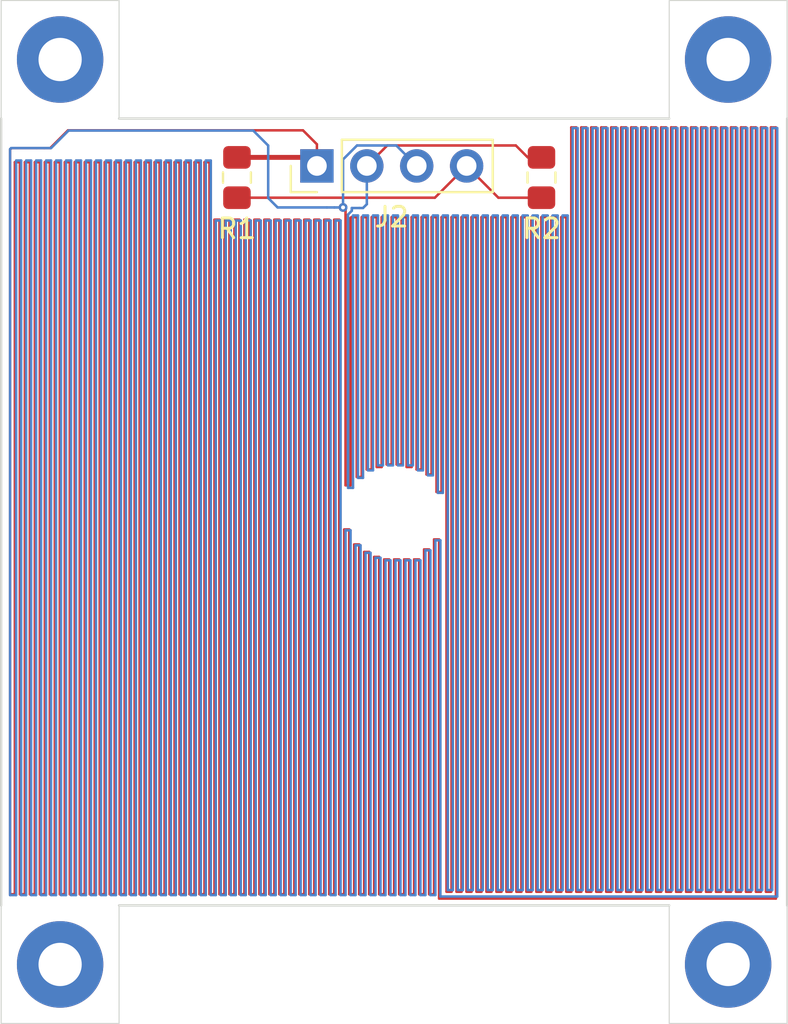
<source format=kicad_pcb>
(kicad_pcb (version 20171130) (host pcbnew "(5.1.5)-3")

  (general
    (thickness 1.6)
    (drawings 16)
    (tracks 737)
    (zones 0)
    (modules 11)
    (nets 6)
  )

  (page A4)
  (layers
    (0 F.Cu signal)
    (31 B.Cu signal)
    (32 B.Adhes user)
    (33 F.Adhes user)
    (34 B.Paste user)
    (35 F.Paste user)
    (36 B.SilkS user)
    (37 F.SilkS user)
    (38 B.Mask user)
    (39 F.Mask user)
    (40 Dwgs.User user)
    (41 Cmts.User user)
    (42 Eco1.User user)
    (43 Eco2.User user)
    (44 Edge.Cuts user)
    (45 Margin user)
    (46 B.CrtYd user)
    (47 F.CrtYd user)
    (48 B.Fab user)
    (49 F.Fab user)
  )

  (setup
    (last_trace_width 0.25)
    (user_trace_width 0.127)
    (user_trace_width 0.2)
    (user_trace_width 0.25)
    (user_trace_width 0.254)
    (user_trace_width 0.3)
    (user_trace_width 0.4)
    (user_trace_width 0.5)
    (trace_clearance 0.2)
    (zone_clearance 0.508)
    (zone_45_only no)
    (trace_min 0.127)
    (via_size 0.8)
    (via_drill 0.4)
    (via_min_size 0.45)
    (via_min_drill 0.2)
    (user_via 0.45 0.2)
    (uvia_size 0.3)
    (uvia_drill 0.1)
    (uvias_allowed no)
    (uvia_min_size 0.2)
    (uvia_min_drill 0.1)
    (edge_width 0.05)
    (segment_width 0.2)
    (pcb_text_width 0.3)
    (pcb_text_size 1.5 1.5)
    (mod_edge_width 0.12)
    (mod_text_size 1 1)
    (mod_text_width 0.15)
    (pad_size 0.127 0.127)
    (pad_drill 0)
    (pad_to_mask_clearance 0.051)
    (solder_mask_min_width 0.25)
    (aux_axis_origin 0 0)
    (visible_elements 7FFDFFFF)
    (pcbplotparams
      (layerselection 0x010fc_ffffffff)
      (usegerberextensions false)
      (usegerberattributes false)
      (usegerberadvancedattributes false)
      (creategerberjobfile false)
      (excludeedgelayer true)
      (linewidth 0.100000)
      (plotframeref false)
      (viasonmask false)
      (mode 1)
      (useauxorigin false)
      (hpglpennumber 1)
      (hpglpenspeed 20)
      (hpglpendiameter 15.000000)
      (psnegative false)
      (psa4output false)
      (plotreference true)
      (plotvalue true)
      (plotinvisibletext false)
      (padsonsilk false)
      (subtractmaskfromsilk false)
      (outputformat 1)
      (mirror false)
      (drillshape 1)
      (scaleselection 1)
      (outputdirectory ""))
  )

  (net 0 "")
  (net 1 V_Sig-)
  (net 2 V_Sig+)
  (net 3 BOTTOM)
  (net 4 AVDD)
  (net 5 GND)

  (net_class Default "This is the default net class."
    (clearance 0.2)
    (trace_width 0.25)
    (via_dia 0.8)
    (via_drill 0.4)
    (uvia_dia 0.3)
    (uvia_drill 0.1)
  )

  (net_class JLC ""
    (clearance 0.127)
    (trace_width 0.127)
    (via_dia 0.45)
    (via_drill 0.2)
    (uvia_dia 0.3)
    (uvia_drill 0.1)
    (add_net AVDD)
    (add_net BOTTOM)
    (add_net GND)
    (add_net V_Sig+)
    (add_net V_Sig-)
  )

  (net_class Small ""
    (clearance 0.2)
    (trace_width 0.127)
    (via_dia 0.45)
    (via_drill 0.2)
    (uvia_dia 0.3)
    (uvia_drill 0.1)
  )

  (module MountingHole:MountingHole_2.2mm_M2_Pad (layer F.Cu) (tedit 56D1B4CB) (tstamp 5F88B7A4)
    (at 138 67)
    (descr "Mounting Hole 2.2mm, M2")
    (tags "mounting hole 2.2mm m2")
    (path /5F88D3C5)
    (attr virtual)
    (fp_text reference H5 (at 0 -3.2) (layer F.SilkS) hide
      (effects (font (size 1 1) (thickness 0.15)))
    )
    (fp_text value MountingHole (at 0 3.2) (layer F.Fab)
      (effects (font (size 1 1) (thickness 0.15)))
    )
    (fp_circle (center 0 0) (end 2.45 0) (layer F.CrtYd) (width 0.05))
    (fp_circle (center 0 0) (end 2.2 0) (layer Cmts.User) (width 0.15))
    (fp_text user %R (at 0.3 0) (layer F.Fab)
      (effects (font (size 1 1) (thickness 0.15)))
    )
    (pad 1 thru_hole circle (at 0 0) (size 4.4 4.4) (drill 2.2) (layers *.Cu *.Mask))
  )

  (module MountingHole:MountingHole_2.2mm_M2_Pad (layer F.Cu) (tedit 56D1B4CB) (tstamp 5F88B79C)
    (at 172 113)
    (descr "Mounting Hole 2.2mm, M2")
    (tags "mounting hole 2.2mm m2")
    (path /5F88CD7F)
    (attr virtual)
    (fp_text reference H4 (at 0 -3.2) (layer F.SilkS) hide
      (effects (font (size 1 1) (thickness 0.15)))
    )
    (fp_text value MountingHole (at 0 3.2) (layer F.Fab)
      (effects (font (size 1 1) (thickness 0.15)))
    )
    (fp_circle (center 0 0) (end 2.45 0) (layer F.CrtYd) (width 0.05))
    (fp_circle (center 0 0) (end 2.2 0) (layer Cmts.User) (width 0.15))
    (fp_text user %R (at 0.3 0) (layer F.Fab)
      (effects (font (size 1 1) (thickness 0.15)))
    )
    (pad 1 thru_hole circle (at 0 0) (size 4.4 4.4) (drill 2.2) (layers *.Cu *.Mask))
  )

  (module MountingHole:MountingHole_2.2mm_M2_Pad (layer F.Cu) (tedit 56D1B4CB) (tstamp 5F88B794)
    (at 172 67)
    (descr "Mounting Hole 2.2mm, M2")
    (tags "mounting hole 2.2mm m2")
    (path /5F88C69A)
    (attr virtual)
    (fp_text reference H3 (at 0 -3.2) (layer F.SilkS) hide
      (effects (font (size 1 1) (thickness 0.15)))
    )
    (fp_text value MountingHole (at 0 3.2) (layer F.Fab)
      (effects (font (size 1 1) (thickness 0.15)))
    )
    (fp_circle (center 0 0) (end 2.45 0) (layer F.CrtYd) (width 0.05))
    (fp_circle (center 0 0) (end 2.2 0) (layer Cmts.User) (width 0.15))
    (fp_text user %R (at 0.3 0) (layer F.Fab)
      (effects (font (size 1 1) (thickness 0.15)))
    )
    (pad 1 thru_hole circle (at 0 0) (size 4.4 4.4) (drill 2.2) (layers *.Cu *.Mask))
  )

  (module MountingHole:MountingHole_2.2mm_M2_Pad (layer F.Cu) (tedit 56D1B4CB) (tstamp 5F88B78C)
    (at 138 113)
    (descr "Mounting Hole 2.2mm, M2")
    (tags "mounting hole 2.2mm m2")
    (path /5F88B946)
    (attr virtual)
    (fp_text reference H2 (at 0 -3.2) (layer F.SilkS) hide
      (effects (font (size 1 1) (thickness 0.15)))
    )
    (fp_text value MountingHole (at 0 3.2) (layer F.Fab)
      (effects (font (size 1 1) (thickness 0.15)))
    )
    (fp_circle (center 0 0) (end 2.45 0) (layer F.CrtYd) (width 0.05))
    (fp_circle (center 0 0) (end 2.2 0) (layer Cmts.User) (width 0.15))
    (fp_text user %R (at 0.3 0) (layer F.Fab)
      (effects (font (size 1 1) (thickness 0.15)))
    )
    (pad 1 thru_hole circle (at 0 0) (size 4.4 4.4) (drill 2.2) (layers *.Cu *.Mask))
  )

  (module µLevel:NetTie-2_SMD_Pad0.127mm (layer B.Cu) (tedit 5F8714DC) (tstamp 5F8713FC)
    (at 151.765 74.52 180)
    (path /5F7D0E0A)
    (fp_text reference NT_BOTTOM1 (at 0 0.9525) (layer B.SilkS) hide
      (effects (font (size 1 1) (thickness 0.15)) (justify mirror))
    )
    (fp_text value Net-Tie_2 (at 0 -1.2954) (layer B.Fab)
      (effects (font (size 1 1) (thickness 0.15)) (justify mirror))
    )
    (fp_poly (pts (xy -0.1952 0.0635) (xy 0.1778 0.0635) (xy 0.1778 -0.0635) (xy -0.1952 -0.0635)) (layer B.Cu) (width 0))
    (pad 1 smd circle (at -0.1952 0 180) (size 0.127 0.127) (layers B.Cu)
      (net 2 V_Sig+))
    (pad 2 smd circle (at 0.1905 0 180) (size 0.127 0.127) (layers B.Cu)
      (net 3 BOTTOM))
  )

  (module µLevel:NetTie-2_SMD_Pad0.127mm (layer F.Cu) (tedit 5F82EDC1) (tstamp 5F7F6A25)
    (at 137 71.5 180)
    (path /5F7D0A11)
    (fp_text reference NT_TOP1 (at 0 -0.9525) (layer F.SilkS) hide
      (effects (font (size 1 1) (thickness 0.15)))
    )
    (fp_text value Net-Tie_2 (at 0 1.2954) (layer F.Fab)
      (effects (font (size 1 1) (thickness 0.15)))
    )
    (fp_poly (pts (xy -0.1952 -0.0635) (xy 0.1778 -0.0635) (xy 0.1778 0.0635) (xy -0.1952 0.0635)) (layer F.Cu) (width 0))
    (pad 1 smd circle (at -0.1952 0 180) (size 0.127 0.127) (layers F.Cu)
      (net 4 AVDD))
    (pad 2 smd circle (at 0.1905 0 180) (size 0.127 0.127) (layers F.Cu)
      (net 2 V_Sig+))
  )

  (module µLevel:NetTie-2_SMD_Pad0.127mm (layer B.Cu) (tedit 5F82EDC1) (tstamp 5F7F6C90)
    (at 153.035 74.549 180)
    (path /5F7F78C1)
    (fp_text reference NT_GND1 (at 0 0.9525) (layer B.SilkS) hide
      (effects (font (size 1 1) (thickness 0.15)) (justify mirror))
    )
    (fp_text value Net-Tie_2 (at 0 -1.2954) (layer B.Fab)
      (effects (font (size 1 1) (thickness 0.15)) (justify mirror))
    )
    (fp_poly (pts (xy -0.1952 0.0635) (xy 0.1778 0.0635) (xy 0.1778 -0.0635) (xy -0.1952 -0.0635)) (layer B.Cu) (width 0))
    (pad 1 smd circle (at -0.1952 0 180) (size 0.127 0.127) (layers B.Cu)
      (net 5 GND))
    (pad 2 smd circle (at 0.1905 0 180) (size 0.127 0.127) (layers B.Cu)
      (net 3 BOTTOM))
  )

  (module µLevel:Teflon_Mounting_Hole (layer F.Cu) (tedit 5F7F71E2) (tstamp 5F7FC83B)
    (at 155 90)
    (path /5F7FC0EF)
    (fp_text reference H1 (at -4 -2.5) (layer F.SilkS) hide
      (effects (font (size 1 1) (thickness 0.15)))
    )
    (fp_text value TeflonHole (at 8.75 -2.5) (layer F.Fab) hide
      (effects (font (size 1 1) (thickness 0.15)))
    )
    (pad "" np_thru_hole circle (at 0 0) (size 4.2 4.2) (drill 4.2) (layers *.Cu *.Mask)
      (clearance 0.127))
  )

  (module Connector_PinHeader_2.54mm:PinHeader_1x04_P2.54mm_Vertical (layer F.Cu) (tedit 59FED5CC) (tstamp 5F7F6A0F)
    (at 151.07 72.41 90)
    (descr "Through hole straight pin header, 1x04, 2.54mm pitch, single row")
    (tags "Through hole pin header THT 1x04 2.54mm single row")
    (path /5F012BE9)
    (fp_text reference J2 (at -2.6 3.8 180) (layer F.SilkS)
      (effects (font (size 1 1) (thickness 0.15)))
    )
    (fp_text value Conn_01x04_Male (at 0 9.95 90) (layer F.Fab) hide
      (effects (font (size 1 1) (thickness 0.15)))
    )
    (fp_text user %R (at 0 3.81 180) (layer F.Fab) hide
      (effects (font (size 1 1) (thickness 0.15)))
    )
    (fp_line (start 1.8 -1.8) (end -1.8 -1.8) (layer F.CrtYd) (width 0.05))
    (fp_line (start 1.8 9.4) (end 1.8 -1.8) (layer F.CrtYd) (width 0.05))
    (fp_line (start -1.8 9.4) (end 1.8 9.4) (layer F.CrtYd) (width 0.05))
    (fp_line (start -1.8 -1.8) (end -1.8 9.4) (layer F.CrtYd) (width 0.05))
    (fp_line (start -1.33 -1.33) (end 0 -1.33) (layer F.SilkS) (width 0.12))
    (fp_line (start -1.33 0) (end -1.33 -1.33) (layer F.SilkS) (width 0.12))
    (fp_line (start -1.33 1.27) (end 1.33 1.27) (layer F.SilkS) (width 0.12))
    (fp_line (start 1.33 1.27) (end 1.33 8.95) (layer F.SilkS) (width 0.12))
    (fp_line (start -1.33 1.27) (end -1.33 8.95) (layer F.SilkS) (width 0.12))
    (fp_line (start -1.33 8.95) (end 1.33 8.95) (layer F.SilkS) (width 0.12))
    (fp_line (start -1.27 -0.635) (end -0.635 -1.27) (layer F.Fab) (width 0.1))
    (fp_line (start -1.27 8.89) (end -1.27 -0.635) (layer F.Fab) (width 0.1))
    (fp_line (start 1.27 8.89) (end -1.27 8.89) (layer F.Fab) (width 0.1))
    (fp_line (start 0 3.81) (end 0 13.97) (layer F.Fab) (width 0.1))
    (fp_line (start -0.635 -1.27) (end 1.27 -1.27) (layer F.Fab) (width 0.1))
    (pad 4 thru_hole oval (at 0 7.62 90) (size 1.7 1.7) (drill 1) (layers *.Cu *.Mask)
      (net 1 V_Sig-))
    (pad 3 thru_hole oval (at 0 5.08 90) (size 1.7 1.7) (drill 1) (layers *.Cu *.Mask)
      (net 2 V_Sig+))
    (pad 2 thru_hole oval (at 0 2.54 90) (size 1.7 1.7) (drill 1) (layers *.Cu *.Mask)
      (net 5 GND))
    (pad 1 thru_hole rect (at 0 0 90) (size 1.7 1.7) (drill 1) (layers *.Cu *.Mask)
      (net 4 AVDD))
    (model ${KISYS3DMOD}/Connector_PinHeader_2.54mm.3dshapes/PinHeader_1x04_P2.54mm_Vertical.wrl
      (at (xyz 0 0 0))
      (scale (xyz 1 1 1))
      (rotate (xyz 0 0 0))
    )
  )

  (module Resistor_SMD:R_0805_2012Metric_Pad1.15x1.40mm_HandSolder (layer F.Cu) (tedit 5B36C52B) (tstamp 5F7F6A47)
    (at 162.5 73 90)
    (descr "Resistor SMD 0805 (2012 Metric), square (rectangular) end terminal, IPC_7351 nominal with elongated pad for handsoldering. (Body size source: https://docs.google.com/spreadsheets/d/1BsfQQcO9C6DZCsRaXUlFlo91Tg2WpOkGARC1WS5S8t0/edit?usp=sharing), generated with kicad-footprint-generator")
    (tags "resistor handsolder")
    (path /5F070E36)
    (attr smd)
    (fp_text reference R2 (at -2.6 0 180) (layer F.SilkS)
      (effects (font (size 1 1) (thickness 0.15)))
    )
    (fp_text value 10k (at 0 1.65 90) (layer F.Fab)
      (effects (font (size 1 1) (thickness 0.15)))
    )
    (fp_text user %R (at 0 0 90) (layer F.Fab)
      (effects (font (size 0.5 0.5) (thickness 0.08)))
    )
    (fp_line (start 1.85 0.95) (end -1.85 0.95) (layer F.CrtYd) (width 0.05))
    (fp_line (start 1.85 -0.95) (end 1.85 0.95) (layer F.CrtYd) (width 0.05))
    (fp_line (start -1.85 -0.95) (end 1.85 -0.95) (layer F.CrtYd) (width 0.05))
    (fp_line (start -1.85 0.95) (end -1.85 -0.95) (layer F.CrtYd) (width 0.05))
    (fp_line (start -0.261252 0.71) (end 0.261252 0.71) (layer F.SilkS) (width 0.12))
    (fp_line (start -0.261252 -0.71) (end 0.261252 -0.71) (layer F.SilkS) (width 0.12))
    (fp_line (start 1 0.6) (end -1 0.6) (layer F.Fab) (width 0.1))
    (fp_line (start 1 -0.6) (end 1 0.6) (layer F.Fab) (width 0.1))
    (fp_line (start -1 -0.6) (end 1 -0.6) (layer F.Fab) (width 0.1))
    (fp_line (start -1 0.6) (end -1 -0.6) (layer F.Fab) (width 0.1))
    (pad 2 smd roundrect (at 1.025 0 90) (size 1.15 1.4) (layers F.Cu F.Paste F.Mask) (roundrect_rratio 0.217391)
      (net 5 GND))
    (pad 1 smd roundrect (at -1.025 0 90) (size 1.15 1.4) (layers F.Cu F.Paste F.Mask) (roundrect_rratio 0.217391)
      (net 1 V_Sig-))
    (model ${KISYS3DMOD}/Resistor_SMD.3dshapes/R_0805_2012Metric.wrl
      (at (xyz 0 0 0))
      (scale (xyz 1 1 1))
      (rotate (xyz 0 0 0))
    )
  )

  (module Resistor_SMD:R_0805_2012Metric_Pad1.15x1.40mm_HandSolder (layer F.Cu) (tedit 5B36C52B) (tstamp 5F82C97E)
    (at 147 73 270)
    (descr "Resistor SMD 0805 (2012 Metric), square (rectangular) end terminal, IPC_7351 nominal with elongated pad for handsoldering. (Body size source: https://docs.google.com/spreadsheets/d/1BsfQQcO9C6DZCsRaXUlFlo91Tg2WpOkGARC1WS5S8t0/edit?usp=sharing), generated with kicad-footprint-generator")
    (tags "resistor handsolder")
    (path /5F0700B6)
    (attr smd)
    (fp_text reference R1 (at 2.6 0 180) (layer F.SilkS)
      (effects (font (size 1 1) (thickness 0.15)))
    )
    (fp_text value 10k (at 0 1.65 90) (layer F.Fab)
      (effects (font (size 1 1) (thickness 0.15)))
    )
    (fp_text user %R (at -0.078 0 90) (layer F.Fab)
      (effects (font (size 0.5 0.5) (thickness 0.08)))
    )
    (fp_line (start 1.85 0.95) (end -1.85 0.95) (layer F.CrtYd) (width 0.05))
    (fp_line (start 1.85 -0.95) (end 1.85 0.95) (layer F.CrtYd) (width 0.05))
    (fp_line (start -1.85 -0.95) (end 1.85 -0.95) (layer F.CrtYd) (width 0.05))
    (fp_line (start -1.85 0.95) (end -1.85 -0.95) (layer F.CrtYd) (width 0.05))
    (fp_line (start -0.261252 0.71) (end 0.261252 0.71) (layer F.SilkS) (width 0.12))
    (fp_line (start -0.261252 -0.71) (end 0.261252 -0.71) (layer F.SilkS) (width 0.12))
    (fp_line (start 1 0.6) (end -1 0.6) (layer F.Fab) (width 0.1))
    (fp_line (start 1 -0.6) (end 1 0.6) (layer F.Fab) (width 0.1))
    (fp_line (start -1 -0.6) (end 1 -0.6) (layer F.Fab) (width 0.1))
    (fp_line (start -1 0.6) (end -1 -0.6) (layer F.Fab) (width 0.1))
    (pad 2 smd roundrect (at 1.025 0 270) (size 1.15 1.4) (layers F.Cu F.Paste F.Mask) (roundrect_rratio 0.217391)
      (net 1 V_Sig-))
    (pad 1 smd roundrect (at -1.025 0 270) (size 1.15 1.4) (layers F.Cu F.Paste F.Mask) (roundrect_rratio 0.217391)
      (net 4 AVDD))
    (model ${KISYS3DMOD}/Resistor_SMD.3dshapes/R_0805_2012Metric.wrl
      (at (xyz 0 0 0))
      (scale (xyz 1 1 1))
      (rotate (xyz 0 0 0))
    )
  )

  (gr_line (start 169 116) (end 169 110) (layer Edge.Cuts) (width 0.05))
  (gr_line (start 175 116) (end 169 116) (layer Edge.Cuts) (width 0.05))
  (gr_line (start 175 110) (end 175 116) (layer Edge.Cuts) (width 0.05))
  (gr_line (start 141 116) (end 141 110) (layer Edge.Cuts) (width 0.05))
  (gr_line (start 135 116) (end 141 116) (layer Edge.Cuts) (width 0.05))
  (gr_line (start 135 110) (end 135 116) (layer Edge.Cuts) (width 0.05))
  (gr_line (start 169 64) (end 169 70) (layer Edge.Cuts) (width 0.05))
  (gr_line (start 175 64) (end 169 64) (layer Edge.Cuts) (width 0.05))
  (gr_line (start 175 70) (end 175 64) (layer Edge.Cuts) (width 0.05))
  (gr_line (start 141 64) (end 141 70) (layer Edge.Cuts) (width 0.05))
  (gr_line (start 135 64) (end 141 64) (layer Edge.Cuts) (width 0.05))
  (gr_line (start 135 70) (end 135 64) (layer Edge.Cuts) (width 0.05))
  (gr_line (start 175 110) (end 175 70) (layer Edge.Cuts) (width 0.12) (tstamp 5F7F6A94))
  (gr_line (start 141 110) (end 169 110) (layer Edge.Cuts) (width 0.12))
  (gr_line (start 135 70) (end 135 110) (layer Edge.Cuts) (width 0.12))
  (gr_line (start 169 70) (end 141 70) (layer Edge.Cuts) (width 0.12))

  (segment (start 160.305 74.025) (end 158.69 72.41) (width 0.127) (layer F.Cu) (net 1))
  (segment (start 162.5 74.025) (end 160.305 74.025) (width 0.127) (layer F.Cu) (net 1))
  (segment (start 157.075 74.025) (end 158.69 72.41) (width 0.127) (layer F.Cu) (net 1))
  (segment (start 147 74.025) (end 157.075 74.025) (width 0.127) (layer F.Cu) (net 1))
  (via (at 152.4 74.52) (size 0.45) (drill 0.2) (layers F.Cu B.Cu) (net 2))
  (segment (start 152.527 88.646) (end 152.527 74.633) (width 0.127) (layer F.Cu) (net 2))
  (segment (start 152.781 88.646) (end 152.527 88.646) (width 0.127) (layer F.Cu) (net 2))
  (segment (start 152.781 75.057) (end 152.781 88.646) (width 0.127) (layer F.Cu) (net 2))
  (segment (start 152.824 75.014) (end 152.781 75.057) (width 0.127) (layer F.Cu) (net 2))
  (segment (start 153.095 75.014) (end 152.824 75.014) (width 0.127) (layer F.Cu) (net 2))
  (segment (start 153.095 88.222) (end 153.095 75.014) (width 0.127) (layer F.Cu) (net 2))
  (segment (start 153.349 88.222) (end 153.095 88.222) (width 0.127) (layer F.Cu) (net 2))
  (segment (start 153.603 87.841) (end 153.603 75.014) (width 0.127) (layer F.Cu) (net 2))
  (segment (start 153.857 87.841) (end 153.603 87.841) (width 0.127) (layer F.Cu) (net 2))
  (segment (start 153.857 75.014) (end 153.857 87.841) (width 0.127) (layer F.Cu) (net 2))
  (segment (start 154.111 87.714) (end 154.111 75.014) (width 0.127) (layer F.Cu) (net 2))
  (segment (start 154.619 75.014) (end 154.365 75.014) (width 0.127) (layer F.Cu) (net 2))
  (segment (start 154.873 75.014) (end 154.873 87.587) (width 0.127) (layer F.Cu) (net 2))
  (segment (start 155.127 75.014) (end 154.873 75.014) (width 0.127) (layer F.Cu) (net 2))
  (segment (start 155.381 87.587) (end 155.127 87.587) (width 0.127) (layer F.Cu) (net 2))
  (segment (start 155.381 75.014) (end 155.381 87.587) (width 0.127) (layer F.Cu) (net 2))
  (segment (start 155.635 87.714) (end 155.635 75.014) (width 0.127) (layer F.Cu) (net 2))
  (segment (start 155.889 75.014) (end 155.889 87.714) (width 0.127) (layer F.Cu) (net 2))
  (segment (start 156.397 87.841) (end 156.143 87.841) (width 0.127) (layer F.Cu) (net 2))
  (segment (start 156.397 75.014) (end 156.397 87.841) (width 0.127) (layer F.Cu) (net 2))
  (segment (start 156.651 75.014) (end 156.397 75.014) (width 0.127) (layer F.Cu) (net 2))
  (segment (start 156.651 88.095) (end 156.651 75.014) (width 0.127) (layer F.Cu) (net 2))
  (segment (start 156.905 75.014) (end 156.905 88.095) (width 0.127) (layer F.Cu) (net 2))
  (segment (start 157.159 88.984) (end 157.159 75.014) (width 0.127) (layer F.Cu) (net 2))
  (segment (start 157.413 88.984) (end 157.159 88.984) (width 0.127) (layer F.Cu) (net 2))
  (segment (start 157.413 75.014) (end 157.413 88.984) (width 0.127) (layer F.Cu) (net 2))
  (segment (start 157.667 75.014) (end 157.413 75.014) (width 0.127) (layer F.Cu) (net 2))
  (segment (start 157.667 109.304) (end 157.667 75.014) (width 0.127) (layer F.Cu) (net 2))
  (segment (start 157.921 109.304) (end 157.667 109.304) (width 0.127) (layer F.Cu) (net 2))
  (segment (start 158.175 109.304) (end 158.175 75.014) (width 0.127) (layer F.Cu) (net 2))
  (segment (start 158.429 109.304) (end 158.175 109.304) (width 0.127) (layer F.Cu) (net 2))
  (segment (start 158.429 75.014) (end 158.429 109.304) (width 0.127) (layer F.Cu) (net 2))
  (segment (start 158.937 109.304) (end 158.683 109.304) (width 0.127) (layer F.Cu) (net 2))
  (segment (start 159.191 109.304) (end 159.191 75.014) (width 0.127) (layer F.Cu) (net 2))
  (segment (start 159.445 75.014) (end 159.445 109.304) (width 0.127) (layer F.Cu) (net 2))
  (segment (start 159.699 109.304) (end 159.699 75.014) (width 0.127) (layer F.Cu) (net 2))
  (segment (start 162.493 75.014) (end 162.493 109.304) (width 0.127) (layer F.Cu) (net 2))
  (segment (start 158.175 75.014) (end 157.921 75.014) (width 0.127) (layer F.Cu) (net 2))
  (segment (start 163.255 109.304) (end 163.255 75.014) (width 0.127) (layer F.Cu) (net 2))
  (segment (start 159.191 75.014) (end 158.937 75.014) (width 0.127) (layer F.Cu) (net 2))
  (segment (start 163.509 109.304) (end 163.255 109.304) (width 0.127) (layer F.Cu) (net 2))
  (segment (start 163.509 75.014) (end 163.509 109.304) (width 0.127) (layer F.Cu) (net 2))
  (segment (start 163.763 75.014) (end 163.509 75.014) (width 0.127) (layer F.Cu) (net 2))
  (segment (start 159.445 109.304) (end 159.191 109.304) (width 0.127) (layer F.Cu) (net 2))
  (segment (start 163.763 109.304) (end 163.763 75.014) (width 0.127) (layer F.Cu) (net 2))
  (segment (start 164.017 109.304) (end 163.763 109.304) (width 0.127) (layer F.Cu) (net 2))
  (segment (start 154.365 87.714) (end 154.111 87.714) (width 0.127) (layer F.Cu) (net 2))
  (segment (start 164.017 70.45151) (end 164.017 109.304) (width 0.127) (layer F.Cu) (net 2))
  (segment (start 156.905 88.095) (end 156.651 88.095) (width 0.127) (layer F.Cu) (net 2))
  (segment (start 164.271 70.45151) (end 164.017 70.45151) (width 0.127) (layer F.Cu) (net 2))
  (segment (start 155.127 87.587) (end 155.127 75.014) (width 0.127) (layer F.Cu) (net 2))
  (segment (start 164.271 109.304) (end 164.271 70.45151) (width 0.127) (layer F.Cu) (net 2))
  (segment (start 164.525 109.304) (end 164.271 109.304) (width 0.127) (layer F.Cu) (net 2))
  (segment (start 155.635 75.014) (end 155.381 75.014) (width 0.127) (layer F.Cu) (net 2))
  (segment (start 164.525 70.45151) (end 164.525 109.304) (width 0.127) (layer F.Cu) (net 2))
  (segment (start 164.779 70.45151) (end 164.525 70.45151) (width 0.127) (layer F.Cu) (net 2))
  (segment (start 154.619 87.587) (end 154.619 75.014) (width 0.127) (layer F.Cu) (net 2))
  (segment (start 164.779 109.304) (end 164.779 70.45151) (width 0.127) (layer F.Cu) (net 2))
  (segment (start 154.873 87.587) (end 154.619 87.587) (width 0.127) (layer F.Cu) (net 2))
  (segment (start 165.033 109.304) (end 164.779 109.304) (width 0.127) (layer F.Cu) (net 2))
  (segment (start 156.143 87.841) (end 156.143 75.014) (width 0.127) (layer F.Cu) (net 2))
  (segment (start 165.033 70.45151) (end 165.033 109.304) (width 0.127) (layer F.Cu) (net 2))
  (segment (start 165.287 70.45151) (end 165.033 70.45151) (width 0.127) (layer F.Cu) (net 2))
  (segment (start 157.159 75.014) (end 156.905 75.014) (width 0.127) (layer F.Cu) (net 2))
  (segment (start 165.287 109.304) (end 165.287 70.45151) (width 0.127) (layer F.Cu) (net 2))
  (segment (start 165.541 109.304) (end 165.287 109.304) (width 0.127) (layer F.Cu) (net 2))
  (segment (start 165.541 70.45151) (end 165.541 109.304) (width 0.127) (layer F.Cu) (net 2))
  (segment (start 158.683 75.014) (end 158.429 75.014) (width 0.127) (layer F.Cu) (net 2))
  (segment (start 165.795 70.45151) (end 165.541 70.45151) (width 0.127) (layer F.Cu) (net 2))
  (segment (start 165.795 109.304) (end 165.795 70.45151) (width 0.127) (layer F.Cu) (net 2))
  (segment (start 166.049 109.304) (end 165.795 109.304) (width 0.127) (layer F.Cu) (net 2))
  (segment (start 166.049 70.45151) (end 166.049 109.304) (width 0.127) (layer F.Cu) (net 2))
  (segment (start 154.365 75.014) (end 154.365 87.714) (width 0.127) (layer F.Cu) (net 2))
  (segment (start 166.303 70.45151) (end 166.049 70.45151) (width 0.127) (layer F.Cu) (net 2))
  (segment (start 166.303 109.304) (end 166.303 70.45151) (width 0.127) (layer F.Cu) (net 2))
  (segment (start 166.557 109.304) (end 166.303 109.304) (width 0.127) (layer F.Cu) (net 2))
  (segment (start 166.557 70.45151) (end 166.557 109.304) (width 0.127) (layer F.Cu) (net 2))
  (segment (start 166.811 70.45151) (end 166.557 70.45151) (width 0.127) (layer F.Cu) (net 2))
  (segment (start 166.811 109.304) (end 166.811 70.45151) (width 0.127) (layer F.Cu) (net 2))
  (segment (start 158.683 109.304) (end 158.683 75.014) (width 0.127) (layer F.Cu) (net 2))
  (segment (start 167.065 109.304) (end 166.811 109.304) (width 0.127) (layer F.Cu) (net 2))
  (segment (start 167.065 70.45151) (end 167.065 109.304) (width 0.127) (layer F.Cu) (net 2))
  (segment (start 167.319 70.45151) (end 167.065 70.45151) (width 0.127) (layer F.Cu) (net 2))
  (segment (start 167.319 109.304) (end 167.319 70.45151) (width 0.127) (layer F.Cu) (net 2))
  (segment (start 157.921 75.014) (end 157.921 109.304) (width 0.127) (layer F.Cu) (net 2))
  (segment (start 167.573 109.304) (end 167.319 109.304) (width 0.127) (layer F.Cu) (net 2))
  (segment (start 167.573 70.45151) (end 167.573 109.304) (width 0.127) (layer F.Cu) (net 2))
  (segment (start 159.699 75.014) (end 159.445 75.014) (width 0.127) (layer F.Cu) (net 2))
  (segment (start 167.827 70.45151) (end 167.573 70.45151) (width 0.127) (layer F.Cu) (net 2))
  (segment (start 167.827 109.304) (end 167.827 70.45151) (width 0.127) (layer F.Cu) (net 2))
  (segment (start 156.143 75.014) (end 155.889 75.014) (width 0.127) (layer F.Cu) (net 2))
  (segment (start 168.081 109.304) (end 167.827 109.304) (width 0.127) (layer F.Cu) (net 2))
  (segment (start 168.081 70.45151) (end 168.081 109.304) (width 0.127) (layer F.Cu) (net 2))
  (segment (start 158.937 75.014) (end 158.937 109.304) (width 0.127) (layer F.Cu) (net 2))
  (segment (start 168.335 70.45151) (end 168.081 70.45151) (width 0.127) (layer F.Cu) (net 2))
  (segment (start 168.335 109.304) (end 168.335 70.45151) (width 0.127) (layer F.Cu) (net 2))
  (segment (start 155.889 87.714) (end 155.635 87.714) (width 0.127) (layer F.Cu) (net 2))
  (segment (start 168.589 109.304) (end 168.335 109.304) (width 0.127) (layer F.Cu) (net 2))
  (segment (start 168.589 70.45151) (end 168.589 109.304) (width 0.127) (layer F.Cu) (net 2))
  (segment (start 168.843 70.45151) (end 168.589 70.45151) (width 0.127) (layer F.Cu) (net 2))
  (segment (start 168.843 109.304) (end 168.843 70.45151) (width 0.127) (layer F.Cu) (net 2))
  (segment (start 169.097 70.45151) (end 169.097 109.304) (width 0.127) (layer F.Cu) (net 2))
  (segment (start 169.351 70.45151) (end 169.097 70.45151) (width 0.127) (layer F.Cu) (net 2))
  (segment (start 169.605 109.304) (end 169.351 109.304) (width 0.127) (layer F.Cu) (net 2))
  (segment (start 169.605 70.45151) (end 169.605 109.304) (width 0.127) (layer F.Cu) (net 2))
  (segment (start 169.859 70.45151) (end 169.605 70.45151) (width 0.127) (layer F.Cu) (net 2))
  (segment (start 169.859 109.304) (end 169.859 70.45151) (width 0.127) (layer F.Cu) (net 2))
  (segment (start 170.113 109.304) (end 169.859 109.304) (width 0.127) (layer F.Cu) (net 2))
  (segment (start 170.113 70.45151) (end 170.113 109.304) (width 0.127) (layer F.Cu) (net 2))
  (segment (start 169.097 109.304) (end 168.843 109.304) (width 0.127) (layer F.Cu) (net 2))
  (segment (start 170.367 70.45151) (end 170.113 70.45151) (width 0.127) (layer F.Cu) (net 2))
  (segment (start 170.367 109.304) (end 170.367 70.45151) (width 0.127) (layer F.Cu) (net 2))
  (segment (start 170.621 109.304) (end 170.367 109.304) (width 0.127) (layer F.Cu) (net 2))
  (segment (start 170.621 70.45151) (end 170.621 109.304) (width 0.127) (layer F.Cu) (net 2))
  (segment (start 170.875 70.45151) (end 170.621 70.45151) (width 0.127) (layer F.Cu) (net 2))
  (segment (start 170.875 109.304) (end 170.875 70.45151) (width 0.127) (layer F.Cu) (net 2))
  (segment (start 171.129 109.304) (end 170.875 109.304) (width 0.127) (layer F.Cu) (net 2))
  (segment (start 171.129 70.45151) (end 171.129 109.304) (width 0.127) (layer F.Cu) (net 2))
  (segment (start 171.383 70.45151) (end 171.129 70.45151) (width 0.127) (layer F.Cu) (net 2))
  (segment (start 171.383 109.304) (end 171.383 70.45151) (width 0.127) (layer F.Cu) (net 2))
  (segment (start 171.637 109.304) (end 171.383 109.304) (width 0.127) (layer F.Cu) (net 2))
  (segment (start 146.872 109.431) (end 146.872 75.141) (width 0.127) (layer F.Cu) (net 2))
  (segment (start 146.11 109.431) (end 146.364 109.431) (width 0.127) (layer F.Cu) (net 2))
  (segment (start 146.11 75.141) (end 146.11 109.431) (width 0.127) (layer F.Cu) (net 2))
  (segment (start 145.856 75.141) (end 146.11 75.141) (width 0.127) (layer F.Cu) (net 2))
  (segment (start 146.364 109.431) (end 146.364 75.141) (width 0.127) (layer F.Cu) (net 2))
  (segment (start 145.602 109.431) (end 145.856 109.431) (width 0.127) (layer F.Cu) (net 2))
  (segment (start 145.602 72.22) (end 145.602 109.431) (width 0.127) (layer F.Cu) (net 2))
  (segment (start 145.348 109.431) (end 145.348 72.22) (width 0.127) (layer F.Cu) (net 2))
  (segment (start 145.094 72.22) (end 145.094 109.431) (width 0.127) (layer F.Cu) (net 2))
  (segment (start 144.84 109.431) (end 144.84 72.22) (width 0.127) (layer F.Cu) (net 2))
  (segment (start 146.872 75.141) (end 147.126 75.141) (width 0.127) (layer F.Cu) (net 2))
  (segment (start 144.586 109.431) (end 144.84 109.431) (width 0.127) (layer F.Cu) (net 2))
  (segment (start 144.586 72.22) (end 144.586 109.431) (width 0.127) (layer F.Cu) (net 2))
  (segment (start 144.332 72.22) (end 144.586 72.22) (width 0.127) (layer F.Cu) (net 2))
  (segment (start 144.332 109.431) (end 144.332 72.22) (width 0.127) (layer F.Cu) (net 2))
  (segment (start 144.078 109.431) (end 144.332 109.431) (width 0.127) (layer F.Cu) (net 2))
  (segment (start 144.078 72.22) (end 144.078 109.431) (width 0.127) (layer F.Cu) (net 2))
  (segment (start 143.824 72.22) (end 144.078 72.22) (width 0.127) (layer F.Cu) (net 2))
  (segment (start 143.824 109.431) (end 143.824 72.22) (width 0.127) (layer F.Cu) (net 2))
  (segment (start 143.57 109.431) (end 143.824 109.431) (width 0.127) (layer F.Cu) (net 2))
  (segment (start 143.57 72.22) (end 143.57 109.431) (width 0.127) (layer F.Cu) (net 2))
  (segment (start 143.316 72.22) (end 143.57 72.22) (width 0.127) (layer F.Cu) (net 2))
  (segment (start 143.316 109.431) (end 143.316 72.22) (width 0.127) (layer F.Cu) (net 2))
  (segment (start 143.062 109.431) (end 143.316 109.431) (width 0.127) (layer F.Cu) (net 2))
  (segment (start 143.062 72.22) (end 143.062 109.431) (width 0.127) (layer F.Cu) (net 2))
  (segment (start 147.126 75.141) (end 147.126 109.431) (width 0.127) (layer F.Cu) (net 2))
  (segment (start 142.808 72.22) (end 143.062 72.22) (width 0.127) (layer F.Cu) (net 2))
  (segment (start 161.731 75.014) (end 161.477 75.014) (width 0.127) (layer F.Cu) (net 2))
  (segment (start 147.126 109.431) (end 147.38 109.431) (width 0.127) (layer F.Cu) (net 2))
  (segment (start 142.808 109.431) (end 142.808 72.22) (width 0.127) (layer F.Cu) (net 2))
  (segment (start 142.554 109.431) (end 142.808 109.431) (width 0.127) (layer F.Cu) (net 2))
  (segment (start 142.554 72.22) (end 142.554 109.431) (width 0.127) (layer F.Cu) (net 2))
  (segment (start 147.38 109.431) (end 147.38 75.141) (width 0.127) (layer F.Cu) (net 2))
  (segment (start 142.3 72.22) (end 142.554 72.22) (width 0.127) (layer F.Cu) (net 2))
  (segment (start 142.046 109.431) (end 142.3 109.431) (width 0.127) (layer F.Cu) (net 2))
  (segment (start 161.985 75.014) (end 161.985 109.304) (width 0.127) (layer F.Cu) (net 2))
  (segment (start 146.618 109.431) (end 146.872 109.431) (width 0.127) (layer F.Cu) (net 2))
  (segment (start 142.046 72.22) (end 142.046 109.431) (width 0.127) (layer F.Cu) (net 2))
  (segment (start 141.792 72.22) (end 142.046 72.22) (width 0.127) (layer F.Cu) (net 2))
  (segment (start 141.792 109.431) (end 141.792 72.22) (width 0.127) (layer F.Cu) (net 2))
  (segment (start 141.538 72.22) (end 141.538 109.431) (width 0.127) (layer F.Cu) (net 2))
  (segment (start 141.284 72.22) (end 141.538 72.22) (width 0.127) (layer F.Cu) (net 2))
  (segment (start 146.618 75.141) (end 146.618 109.431) (width 0.127) (layer F.Cu) (net 2))
  (segment (start 141.284 109.431) (end 141.284 72.22) (width 0.127) (layer F.Cu) (net 2))
  (segment (start 141.03 109.431) (end 141.284 109.431) (width 0.127) (layer F.Cu) (net 2))
  (segment (start 137.982 72.22) (end 137.982 109.431) (width 0.127) (layer F.Cu) (net 2))
  (segment (start 145.348 72.22) (end 145.602 72.22) (width 0.127) (layer F.Cu) (net 2))
  (segment (start 136.458 109.431) (end 136.712 109.431) (width 0.127) (layer F.Cu) (net 2))
  (segment (start 155.762 92.413) (end 155.762 109.431) (width 0.127) (layer F.Cu) (net 2))
  (segment (start 154.111 75.014) (end 153.857 75.014) (width 0.127) (layer F.Cu) (net 2))
  (segment (start 137.728 72.22) (end 137.982 72.22) (width 0.127) (layer F.Cu) (net 2))
  (segment (start 172.145 109.304) (end 171.891 109.304) (width 0.127) (layer F.Cu) (net 2))
  (segment (start 141.538 109.431) (end 141.792 109.431) (width 0.127) (layer F.Cu) (net 2))
  (segment (start 137.22 72.22) (end 137.474 72.22) (width 0.127) (layer F.Cu) (net 2))
  (segment (start 173.161 70.45151) (end 173.161 109.304) (width 0.127) (layer F.Cu) (net 2))
  (segment (start 139.252 72.22) (end 139.506 72.22) (width 0.127) (layer F.Cu) (net 2))
  (segment (start 137.22 109.431) (end 137.22 72.22) (width 0.127) (layer F.Cu) (net 2))
  (segment (start 135.45151 71.57549) (end 135.45151 109.431) (width 0.127) (layer F.Cu) (net 2))
  (segment (start 145.856 109.431) (end 145.856 75.141) (width 0.127) (layer F.Cu) (net 2))
  (segment (start 136.966 109.431) (end 137.22 109.431) (width 0.127) (layer F.Cu) (net 2))
  (segment (start 155.254 92.413) (end 155.254 109.431) (width 0.127) (layer F.Cu) (net 2))
  (segment (start 136.966 72.22) (end 136.966 109.431) (width 0.127) (layer F.Cu) (net 2))
  (segment (start 173.415 109.304) (end 173.415 70.45151) (width 0.127) (layer F.Cu) (net 2))
  (segment (start 139.76 72.22) (end 140.014 72.22) (width 0.127) (layer F.Cu) (net 2))
  (segment (start 140.268 72.22) (end 140.522 72.22) (width 0.127) (layer F.Cu) (net 2))
  (segment (start 136.712 72.22) (end 136.966 72.22) (width 0.127) (layer F.Cu) (net 2))
  (segment (start 154.492 109.431) (end 154.492 92.413) (width 0.127) (layer F.Cu) (net 2))
  (segment (start 137.728 109.431) (end 137.728 72.22) (width 0.127) (layer F.Cu) (net 2))
  (segment (start 172.145 70.45151) (end 172.145 109.304) (width 0.127) (layer F.Cu) (net 2))
  (segment (start 140.776 109.431) (end 140.776 72.22) (width 0.127) (layer F.Cu) (net 2))
  (segment (start 135.45151 109.431) (end 135.696 109.431) (width 0.127) (layer F.Cu) (net 2))
  (segment (start 157.286 109.65) (end 174.431 109.65) (width 0.127) (layer F.Cu) (net 2))
  (segment (start 136.712 109.431) (end 136.712 72.22) (width 0.127) (layer F.Cu) (net 2))
  (segment (start 172.907 109.304) (end 172.907 70.45151) (width 0.127) (layer F.Cu) (net 2))
  (segment (start 145.094 109.431) (end 145.348 109.431) (width 0.127) (layer F.Cu) (net 2))
  (segment (start 136.8095 71.5) (end 135.527 71.5) (width 0.127) (layer F.Cu) (net 2))
  (segment (start 156.016 109.431) (end 156.016 92.413) (width 0.127) (layer F.Cu) (net 2))
  (segment (start 136.204 72.22) (end 136.458 72.22) (width 0.127) (layer F.Cu) (net 2))
  (segment (start 157.032 109.431) (end 157.032 91.397) (width 0.127) (layer F.Cu) (net 2))
  (segment (start 140.014 72.22) (end 140.014 109.431) (width 0.127) (layer F.Cu) (net 2))
  (segment (start 135.527 71.5) (end 135.45151 71.57549) (width 0.127) (layer F.Cu) (net 2))
  (segment (start 155.254 109.431) (end 155.508 109.431) (width 0.127) (layer F.Cu) (net 2))
  (segment (start 135.696 72.22) (end 135.95 72.22) (width 0.127) (layer F.Cu) (net 2))
  (segment (start 172.907 70.45151) (end 172.653 70.45151) (width 0.127) (layer F.Cu) (net 2))
  (segment (start 140.268 109.431) (end 140.268 72.22) (width 0.127) (layer F.Cu) (net 2))
  (segment (start 136.204 109.431) (end 136.204 72.22) (width 0.127) (layer F.Cu) (net 2))
  (segment (start 144.84 72.22) (end 145.094 72.22) (width 0.127) (layer F.Cu) (net 2))
  (segment (start 153.603 75.014) (end 153.349 75.014) (width 0.127) (layer F.Cu) (net 2))
  (segment (start 135.696 109.431) (end 135.696 72.22) (width 0.127) (layer F.Cu) (net 2))
  (segment (start 155.508 92.413) (end 155.762 92.413) (width 0.127) (layer F.Cu) (net 2))
  (segment (start 138.744 109.431) (end 138.744 72.22) (width 0.127) (layer F.Cu) (net 2))
  (segment (start 140.522 72.22) (end 140.522 109.431) (width 0.127) (layer F.Cu) (net 2))
  (segment (start 135.95 109.431) (end 136.204 109.431) (width 0.127) (layer F.Cu) (net 2))
  (segment (start 156.778 91.905) (end 156.778 109.431) (width 0.127) (layer F.Cu) (net 2))
  (segment (start 137.474 72.22) (end 137.474 109.431) (width 0.127) (layer F.Cu) (net 2))
  (segment (start 172.653 109.304) (end 172.399 109.304) (width 0.127) (layer F.Cu) (net 2))
  (segment (start 160.715 109.304) (end 160.715 75.014) (width 0.127) (layer F.Cu) (net 2))
  (segment (start 138.744 72.22) (end 138.998 72.22) (width 0.127) (layer F.Cu) (net 2))
  (segment (start 137.474 109.431) (end 137.728 109.431) (width 0.127) (layer F.Cu) (net 2))
  (segment (start 157.286 91.397) (end 157.286 109.65) (width 0.127) (layer F.Cu) (net 2))
  (segment (start 160.715 75.014) (end 160.461 75.014) (width 0.127) (layer F.Cu) (net 2))
  (segment (start 139.506 72.22) (end 139.506 109.431) (width 0.127) (layer F.Cu) (net 2))
  (segment (start 142.3 109.431) (end 142.3 72.22) (width 0.127) (layer F.Cu) (net 2))
  (segment (start 153.349 75.014) (end 153.349 88.222) (width 0.127) (layer F.Cu) (net 2))
  (segment (start 136.458 72.22) (end 136.458 109.431) (width 0.127) (layer F.Cu) (net 2))
  (segment (start 154.492 92.413) (end 154.746 92.413) (width 0.127) (layer F.Cu) (net 2))
  (segment (start 137.982 109.431) (end 138.236 109.431) (width 0.127) (layer F.Cu) (net 2))
  (segment (start 171.891 109.304) (end 171.891 70.45151) (width 0.127) (layer F.Cu) (net 2))
  (segment (start 138.236 109.431) (end 138.236 72.22) (width 0.127) (layer F.Cu) (net 2))
  (segment (start 171.637 70.45151) (end 171.637 109.304) (width 0.127) (layer F.Cu) (net 2))
  (segment (start 138.236 72.22) (end 138.49 72.22) (width 0.127) (layer F.Cu) (net 2))
  (segment (start 138.49 72.22) (end 138.49 109.431) (width 0.127) (layer F.Cu) (net 2))
  (segment (start 138.49 109.431) (end 138.744 109.431) (width 0.127) (layer F.Cu) (net 2))
  (segment (start 140.014 109.431) (end 140.268 109.431) (width 0.127) (layer F.Cu) (net 2))
  (segment (start 138.998 72.22) (end 138.998 109.431) (width 0.127) (layer F.Cu) (net 2))
  (segment (start 146.364 75.141) (end 146.618 75.141) (width 0.127) (layer F.Cu) (net 2))
  (segment (start 138.998 109.431) (end 139.252 109.431) (width 0.127) (layer F.Cu) (net 2))
  (segment (start 139.252 109.431) (end 139.252 72.22) (width 0.127) (layer F.Cu) (net 2))
  (segment (start 139.506 109.431) (end 139.76 109.431) (width 0.127) (layer F.Cu) (net 2))
  (segment (start 139.76 109.431) (end 139.76 72.22) (width 0.127) (layer F.Cu) (net 2))
  (segment (start 140.522 109.431) (end 140.776 109.431) (width 0.127) (layer F.Cu) (net 2))
  (segment (start 140.776 72.22) (end 141.03 72.22) (width 0.127) (layer F.Cu) (net 2))
  (segment (start 135.95 72.22) (end 135.95 109.431) (width 0.127) (layer F.Cu) (net 2))
  (segment (start 173.923 109.304) (end 173.923 70.45151) (width 0.127) (layer F.Cu) (net 2))
  (segment (start 141.03 72.22) (end 141.03 109.431) (width 0.127) (layer F.Cu) (net 2))
  (segment (start 161.477 109.304) (end 161.223 109.304) (width 0.127) (layer F.Cu) (net 2))
  (segment (start 147.38 75.141) (end 147.634 75.141) (width 0.127) (layer F.Cu) (net 2))
  (segment (start 147.634 75.141) (end 147.634 109.431) (width 0.127) (layer F.Cu) (net 2))
  (segment (start 162.239 109.304) (end 162.239 75.014) (width 0.127) (layer F.Cu) (net 2))
  (segment (start 147.634 109.431) (end 147.888 109.431) (width 0.127) (layer F.Cu) (net 2))
  (segment (start 147.888 109.431) (end 147.888 75.141) (width 0.127) (layer F.Cu) (net 2))
  (segment (start 147.888 75.141) (end 148.142 75.141) (width 0.127) (layer F.Cu) (net 2))
  (segment (start 162.239 75.014) (end 161.985 75.014) (width 0.127) (layer F.Cu) (net 2))
  (segment (start 148.142 75.141) (end 148.142 109.431) (width 0.127) (layer F.Cu) (net 2))
  (segment (start 148.142 109.431) (end 148.396 109.431) (width 0.127) (layer F.Cu) (net 2))
  (segment (start 148.396 109.431) (end 148.396 75.141) (width 0.127) (layer F.Cu) (net 2))
  (segment (start 148.396 75.141) (end 148.65 75.141) (width 0.127) (layer F.Cu) (net 2))
  (segment (start 159.953 75.014) (end 159.953 109.304) (width 0.127) (layer F.Cu) (net 2))
  (segment (start 148.65 75.141) (end 148.65 109.431) (width 0.127) (layer F.Cu) (net 2))
  (segment (start 162.747 75.014) (end 162.493 75.014) (width 0.127) (layer F.Cu) (net 2))
  (segment (start 148.65 109.431) (end 148.904 109.431) (width 0.127) (layer F.Cu) (net 2))
  (segment (start 148.904 109.431) (end 148.904 75.141) (width 0.127) (layer F.Cu) (net 2))
  (segment (start 161.985 109.304) (end 161.731 109.304) (width 0.127) (layer F.Cu) (net 2))
  (segment (start 148.904 75.141) (end 149.158 75.141) (width 0.127) (layer F.Cu) (net 2))
  (segment (start 149.158 75.141) (end 149.158 109.431) (width 0.127) (layer F.Cu) (net 2))
  (segment (start 149.158 109.431) (end 149.412 109.431) (width 0.127) (layer F.Cu) (net 2))
  (segment (start 160.969 109.304) (end 160.715 109.304) (width 0.127) (layer F.Cu) (net 2))
  (segment (start 169.351 109.304) (end 169.351 70.45151) (width 0.127) (layer F.Cu) (net 2))
  (segment (start 149.412 109.431) (end 149.412 75.141) (width 0.127) (layer F.Cu) (net 2))
  (segment (start 149.412 75.141) (end 149.666 75.141) (width 0.127) (layer F.Cu) (net 2))
  (segment (start 149.666 75.141) (end 149.666 109.431) (width 0.127) (layer F.Cu) (net 2))
  (segment (start 149.666 109.431) (end 149.92 109.431) (width 0.127) (layer F.Cu) (net 2))
  (segment (start 160.207 109.304) (end 160.207 75.014) (width 0.127) (layer F.Cu) (net 2))
  (segment (start 149.92 109.431) (end 149.92 75.141) (width 0.127) (layer F.Cu) (net 2))
  (segment (start 149.92 75.141) (end 150.174 75.141) (width 0.127) (layer F.Cu) (net 2))
  (segment (start 160.207 75.014) (end 159.953 75.014) (width 0.127) (layer F.Cu) (net 2))
  (segment (start 150.174 75.141) (end 150.174 109.431) (width 0.127) (layer F.Cu) (net 2))
  (segment (start 161.223 75.014) (end 160.969 75.014) (width 0.127) (layer F.Cu) (net 2))
  (segment (start 150.174 109.431) (end 150.428 109.431) (width 0.127) (layer F.Cu) (net 2))
  (segment (start 161.223 109.304) (end 161.223 75.014) (width 0.127) (layer F.Cu) (net 2))
  (segment (start 150.428 109.431) (end 150.428 75.141) (width 0.127) (layer F.Cu) (net 2))
  (segment (start 150.428 75.141) (end 150.682 75.141) (width 0.127) (layer F.Cu) (net 2))
  (segment (start 150.682 75.141) (end 150.682 109.431) (width 0.127) (layer F.Cu) (net 2))
  (segment (start 163.255 75.014) (end 163.001 75.014) (width 0.127) (layer F.Cu) (net 2))
  (segment (start 150.682 109.431) (end 150.936 109.431) (width 0.127) (layer F.Cu) (net 2))
  (segment (start 160.461 75.014) (end 160.461 109.304) (width 0.127) (layer F.Cu) (net 2))
  (segment (start 150.936 109.431) (end 150.936 75.141) (width 0.127) (layer F.Cu) (net 2))
  (segment (start 150.936 75.141) (end 151.19 75.141) (width 0.127) (layer F.Cu) (net 2))
  (segment (start 161.731 109.304) (end 161.731 75.014) (width 0.127) (layer F.Cu) (net 2))
  (segment (start 151.19 75.141) (end 151.19 109.431) (width 0.127) (layer F.Cu) (net 2))
  (segment (start 162.747 109.304) (end 162.747 75.014) (width 0.127) (layer F.Cu) (net 2))
  (segment (start 151.19 109.431) (end 151.444 109.431) (width 0.127) (layer F.Cu) (net 2))
  (segment (start 160.461 109.304) (end 160.207 109.304) (width 0.127) (layer F.Cu) (net 2))
  (segment (start 151.444 109.431) (end 151.444 75.141) (width 0.127) (layer F.Cu) (net 2))
  (segment (start 151.444 75.141) (end 151.698 75.141) (width 0.127) (layer F.Cu) (net 2))
  (segment (start 161.477 75.014) (end 161.477 109.304) (width 0.127) (layer F.Cu) (net 2))
  (segment (start 151.698 75.141) (end 151.698 109.431) (width 0.127) (layer F.Cu) (net 2))
  (segment (start 151.698 109.431) (end 151.952 109.431) (width 0.127) (layer F.Cu) (net 2))
  (segment (start 160.969 75.014) (end 160.969 109.304) (width 0.127) (layer F.Cu) (net 2))
  (segment (start 151.952 109.431) (end 151.952 75.141) (width 0.127) (layer F.Cu) (net 2))
  (segment (start 151.952 75.141) (end 152.206 75.141) (width 0.127) (layer F.Cu) (net 2))
  (segment (start 152.206 75.141) (end 152.206 109.431) (width 0.127) (layer F.Cu) (net 2))
  (segment (start 152.206 109.431) (end 152.46 109.431) (width 0.127) (layer F.Cu) (net 2))
  (segment (start 152.46 109.431) (end 152.46 90.889) (width 0.127) (layer F.Cu) (net 2))
  (segment (start 152.46 90.889) (end 152.714 90.889) (width 0.127) (layer F.Cu) (net 2))
  (segment (start 152.714 90.889) (end 152.714 109.431) (width 0.127) (layer F.Cu) (net 2))
  (segment (start 152.714 109.431) (end 152.968 109.431) (width 0.127) (layer F.Cu) (net 2))
  (segment (start 152.968 109.431) (end 152.968 91.651) (width 0.127) (layer F.Cu) (net 2))
  (segment (start 152.968 91.651) (end 153.222 91.651) (width 0.127) (layer F.Cu) (net 2))
  (segment (start 153.222 91.651) (end 153.222 109.431) (width 0.127) (layer F.Cu) (net 2))
  (segment (start 163.001 75.014) (end 163.001 109.304) (width 0.127) (layer F.Cu) (net 2))
  (segment (start 153.222 109.431) (end 153.476 109.431) (width 0.127) (layer F.Cu) (net 2))
  (segment (start 153.476 109.431) (end 153.476 92.032) (width 0.127) (layer F.Cu) (net 2))
  (segment (start 159.953 109.304) (end 159.699 109.304) (width 0.127) (layer F.Cu) (net 2))
  (segment (start 153.476 92.032) (end 153.73 92.032) (width 0.127) (layer F.Cu) (net 2))
  (segment (start 153.73 92.032) (end 153.73 109.431) (width 0.127) (layer F.Cu) (net 2))
  (segment (start 153.73 109.431) (end 153.984 109.431) (width 0.127) (layer F.Cu) (net 2))
  (segment (start 163.001 109.304) (end 162.747 109.304) (width 0.127) (layer F.Cu) (net 2))
  (segment (start 153.984 109.431) (end 153.984 92.286) (width 0.127) (layer F.Cu) (net 2))
  (segment (start 153.984 92.286) (end 154.238 92.286) (width 0.127) (layer F.Cu) (net 2))
  (segment (start 162.493 109.304) (end 162.239 109.304) (width 0.127) (layer F.Cu) (net 2))
  (segment (start 154.238 92.286) (end 154.238 109.431) (width 0.127) (layer F.Cu) (net 2))
  (segment (start 154.238 109.431) (end 154.492 109.431) (width 0.127) (layer F.Cu) (net 2))
  (segment (start 154.746 92.413) (end 154.746 109.431) (width 0.127) (layer F.Cu) (net 2))
  (segment (start 154.746 109.431) (end 155 109.431) (width 0.127) (layer F.Cu) (net 2))
  (segment (start 155 109.431) (end 155 92.413) (width 0.127) (layer F.Cu) (net 2))
  (segment (start 155 92.413) (end 155.254 92.413) (width 0.127) (layer F.Cu) (net 2))
  (segment (start 155.508 109.431) (end 155.508 92.413) (width 0.127) (layer F.Cu) (net 2))
  (segment (start 155.762 109.431) (end 156.016 109.431) (width 0.127) (layer F.Cu) (net 2))
  (segment (start 156.016 92.413) (end 156.27 92.413) (width 0.127) (layer F.Cu) (net 2))
  (segment (start 156.27 92.413) (end 156.27 109.431) (width 0.127) (layer F.Cu) (net 2))
  (segment (start 156.27 109.431) (end 156.524 109.431) (width 0.127) (layer F.Cu) (net 2))
  (segment (start 156.524 109.431) (end 156.524 91.905) (width 0.127) (layer F.Cu) (net 2))
  (segment (start 156.524 91.905) (end 156.778 91.905) (width 0.127) (layer F.Cu) (net 2))
  (segment (start 156.778 109.431) (end 157.032 109.431) (width 0.127) (layer F.Cu) (net 2))
  (segment (start 157.032 91.397) (end 157.286 91.397) (width 0.127) (layer F.Cu) (net 2))
  (segment (start 174.431 109.65) (end 174.431 70.45151) (width 0.127) (layer F.Cu) (net 2))
  (segment (start 174.431 70.45151) (end 174.177 70.45151) (width 0.127) (layer F.Cu) (net 2))
  (segment (start 174.177 70.45151) (end 174.177 109.304) (width 0.127) (layer F.Cu) (net 2))
  (segment (start 174.177 109.304) (end 173.923 109.304) (width 0.127) (layer F.Cu) (net 2))
  (segment (start 173.923 70.45151) (end 173.669 70.45151) (width 0.127) (layer F.Cu) (net 2))
  (segment (start 173.669 70.45151) (end 173.669 109.304) (width 0.127) (layer F.Cu) (net 2))
  (segment (start 173.669 109.304) (end 173.415 109.304) (width 0.127) (layer F.Cu) (net 2))
  (segment (start 173.415 70.45151) (end 173.161 70.45151) (width 0.127) (layer F.Cu) (net 2))
  (segment (start 173.161 109.304) (end 172.907 109.304) (width 0.127) (layer F.Cu) (net 2))
  (segment (start 172.653 70.45151) (end 172.653 109.304) (width 0.127) (layer F.Cu) (net 2))
  (segment (start 172.399 109.304) (end 172.399 70.45151) (width 0.127) (layer F.Cu) (net 2))
  (segment (start 172.399 70.45151) (end 172.145 70.45151) (width 0.127) (layer F.Cu) (net 2))
  (segment (start 171.891 70.45151) (end 171.637 70.45151) (width 0.127) (layer F.Cu) (net 2))
  (segment (start 151.9602 74.52) (end 152.4 74.52) (width 0.127) (layer B.Cu) (net 2))
  (segment (start 152.414 74.52) (end 152.527 74.633) (width 0.127) (layer F.Cu) (net 2))
  (segment (start 152.4 74.52) (end 152.414 74.52) (width 0.127) (layer F.Cu) (net 2))
  (segment (start 155.300001 71.560001) (end 156.15 72.41) (width 0.127) (layer B.Cu) (net 2))
  (segment (start 155.109499 71.369499) (end 155.300001 71.560001) (width 0.127) (layer B.Cu) (net 2))
  (segment (start 153.110559 71.369499) (end 155.109499 71.369499) (width 0.127) (layer B.Cu) (net 2))
  (segment (start 152.4 72.080058) (end 153.110559 71.369499) (width 0.127) (layer B.Cu) (net 2))
  (segment (start 152.4 74.52) (end 152.4 72.080058) (width 0.127) (layer B.Cu) (net 2))
  (segment (start 152.8445 74.638802) (end 152.8445 74.549) (width 0.127) (layer B.Cu) (net 3))
  (segment (start 152.8445 74.690442) (end 152.8445 74.638802) (width 0.127) (layer B.Cu) (net 3))
  (segment (start 152.908 88.773) (end 152.654 88.773) (width 0.127) (layer B.Cu) (net 3))
  (segment (start 152.908 74.93) (end 152.908 88.773) (width 0.127) (layer B.Cu) (net 3))
  (segment (start 153.162 74.93) (end 152.908 74.93) (width 0.127) (layer B.Cu) (net 3))
  (segment (start 153.162 88.265) (end 153.162 74.93) (width 0.127) (layer B.Cu) (net 3))
  (segment (start 153.416 88.265) (end 153.162 88.265) (width 0.127) (layer B.Cu) (net 3))
  (segment (start 153.416 74.93) (end 153.416 88.265) (width 0.127) (layer B.Cu) (net 3))
  (segment (start 153.67 87.884) (end 153.67 74.93) (width 0.127) (layer B.Cu) (net 3))
  (segment (start 153.924 87.884) (end 153.67 87.884) (width 0.127) (layer B.Cu) (net 3))
  (segment (start 153.924 74.93) (end 153.924 87.884) (width 0.127) (layer B.Cu) (net 3))
  (segment (start 154.178 74.93) (end 153.924 74.93) (width 0.127) (layer B.Cu) (net 3))
  (segment (start 154.178 87.63) (end 154.178 74.93) (width 0.127) (layer B.Cu) (net 3))
  (segment (start 154.432 87.63) (end 154.178 87.63) (width 0.127) (layer B.Cu) (net 3))
  (segment (start 155.448 74.93) (end 155.448 87.63) (width 0.127) (layer B.Cu) (net 3))
  (segment (start 155.702 87.63) (end 155.702 74.93) (width 0.127) (layer B.Cu) (net 3))
  (segment (start 155.956 87.63) (end 155.702 87.63) (width 0.127) (layer B.Cu) (net 3))
  (segment (start 155.956 74.93) (end 155.956 87.63) (width 0.127) (layer B.Cu) (net 3))
  (segment (start 156.718 88.138) (end 156.718 74.93) (width 0.127) (layer B.Cu) (net 3))
  (segment (start 156.972 74.93) (end 156.972 88.138) (width 0.127) (layer B.Cu) (net 3))
  (segment (start 157.226 89.027) (end 157.226 74.93) (width 0.127) (layer B.Cu) (net 3))
  (segment (start 157.48 89.027) (end 157.226 89.027) (width 0.127) (layer B.Cu) (net 3))
  (segment (start 157.48 74.93) (end 157.48 89.027) (width 0.127) (layer B.Cu) (net 3))
  (segment (start 157.734 74.93) (end 157.48 74.93) (width 0.127) (layer B.Cu) (net 3))
  (segment (start 157.734 109.22) (end 157.734 74.93) (width 0.127) (layer B.Cu) (net 3))
  (segment (start 157.988 109.22) (end 157.734 109.22) (width 0.127) (layer B.Cu) (net 3))
  (segment (start 157.988 74.93) (end 157.988 109.22) (width 0.127) (layer B.Cu) (net 3))
  (segment (start 158.242 74.93) (end 157.988 74.93) (width 0.127) (layer B.Cu) (net 3))
  (segment (start 158.242 109.22) (end 158.242 74.93) (width 0.127) (layer B.Cu) (net 3))
  (segment (start 152.654 74.880942) (end 152.8445 74.690442) (width 0.127) (layer B.Cu) (net 3))
  (segment (start 158.496 109.22) (end 158.242 109.22) (width 0.127) (layer B.Cu) (net 3))
  (segment (start 158.496 74.93) (end 158.496 109.22) (width 0.127) (layer B.Cu) (net 3))
  (segment (start 158.75 74.93) (end 158.496 74.93) (width 0.127) (layer B.Cu) (net 3))
  (segment (start 158.75 109.22) (end 158.75 74.93) (width 0.127) (layer B.Cu) (net 3))
  (segment (start 159.004 109.22) (end 158.75 109.22) (width 0.127) (layer B.Cu) (net 3))
  (segment (start 159.004 74.93) (end 159.004 109.22) (width 0.127) (layer B.Cu) (net 3))
  (segment (start 159.258 74.93) (end 159.004 74.93) (width 0.127) (layer B.Cu) (net 3))
  (segment (start 159.258 109.22) (end 159.258 74.93) (width 0.127) (layer B.Cu) (net 3))
  (segment (start 159.512 109.22) (end 159.258 109.22) (width 0.127) (layer B.Cu) (net 3))
  (segment (start 159.512 74.93) (end 159.512 109.22) (width 0.127) (layer B.Cu) (net 3))
  (segment (start 159.766 74.93) (end 159.512 74.93) (width 0.127) (layer B.Cu) (net 3))
  (segment (start 159.766 109.22) (end 159.766 74.93) (width 0.127) (layer B.Cu) (net 3))
  (segment (start 160.02 109.22) (end 159.766 109.22) (width 0.127) (layer B.Cu) (net 3))
  (segment (start 160.02 74.93) (end 160.02 109.22) (width 0.127) (layer B.Cu) (net 3))
  (segment (start 160.274 74.93) (end 160.02 74.93) (width 0.127) (layer B.Cu) (net 3))
  (segment (start 160.274 109.22) (end 160.274 74.93) (width 0.127) (layer B.Cu) (net 3))
  (segment (start 160.528 109.22) (end 160.274 109.22) (width 0.127) (layer B.Cu) (net 3))
  (segment (start 160.528 74.93) (end 160.528 109.22) (width 0.127) (layer B.Cu) (net 3))
  (segment (start 160.782 74.93) (end 160.528 74.93) (width 0.127) (layer B.Cu) (net 3))
  (segment (start 160.782 109.22) (end 160.782 74.93) (width 0.127) (layer B.Cu) (net 3))
  (segment (start 161.036 109.22) (end 160.782 109.22) (width 0.127) (layer B.Cu) (net 3))
  (segment (start 161.036 74.93) (end 161.036 109.22) (width 0.127) (layer B.Cu) (net 3))
  (segment (start 161.29 74.93) (end 161.036 74.93) (width 0.127) (layer B.Cu) (net 3))
  (segment (start 161.29 109.22) (end 161.29 74.93) (width 0.127) (layer B.Cu) (net 3))
  (segment (start 161.544 109.22) (end 161.29 109.22) (width 0.127) (layer B.Cu) (net 3))
  (segment (start 161.544 74.93) (end 161.544 109.22) (width 0.127) (layer B.Cu) (net 3))
  (segment (start 161.798 74.93) (end 161.544 74.93) (width 0.127) (layer B.Cu) (net 3))
  (segment (start 161.798 109.22) (end 161.798 74.93) (width 0.127) (layer B.Cu) (net 3))
  (segment (start 162.052 109.22) (end 161.798 109.22) (width 0.127) (layer B.Cu) (net 3))
  (segment (start 162.052 74.93) (end 162.052 109.22) (width 0.127) (layer B.Cu) (net 3))
  (segment (start 162.306 74.93) (end 162.052 74.93) (width 0.127) (layer B.Cu) (net 3))
  (segment (start 162.306 109.22) (end 162.306 74.93) (width 0.127) (layer B.Cu) (net 3))
  (segment (start 162.56 109.22) (end 162.306 109.22) (width 0.127) (layer B.Cu) (net 3))
  (segment (start 162.56 74.93) (end 162.56 109.22) (width 0.127) (layer B.Cu) (net 3))
  (segment (start 162.814 74.93) (end 162.56 74.93) (width 0.127) (layer B.Cu) (net 3))
  (segment (start 162.814 109.22) (end 162.814 74.93) (width 0.127) (layer B.Cu) (net 3))
  (segment (start 163.068 109.22) (end 162.814 109.22) (width 0.127) (layer B.Cu) (net 3))
  (segment (start 154.432 74.93) (end 154.432 87.63) (width 0.127) (layer B.Cu) (net 3))
  (segment (start 163.068 74.93) (end 163.068 109.22) (width 0.127) (layer B.Cu) (net 3))
  (segment (start 163.322 74.93) (end 163.068 74.93) (width 0.127) (layer B.Cu) (net 3))
  (segment (start 163.322 109.22) (end 163.322 74.93) (width 0.127) (layer B.Cu) (net 3))
  (segment (start 163.576 109.22) (end 163.322 109.22) (width 0.127) (layer B.Cu) (net 3))
  (segment (start 163.576 74.93) (end 163.576 109.22) (width 0.127) (layer B.Cu) (net 3))
  (segment (start 163.83 74.93) (end 163.576 74.93) (width 0.127) (layer B.Cu) (net 3))
  (segment (start 163.83 109.22) (end 163.83 74.93) (width 0.127) (layer B.Cu) (net 3))
  (segment (start 164.084 109.22) (end 163.83 109.22) (width 0.127) (layer B.Cu) (net 3))
  (segment (start 152.654 88.773) (end 152.654 74.880942) (width 0.127) (layer B.Cu) (net 3))
  (segment (start 164.084 70.485) (end 164.084 109.22) (width 0.127) (layer B.Cu) (net 3))
  (segment (start 153.67 74.93) (end 153.416 74.93) (width 0.127) (layer B.Cu) (net 3))
  (segment (start 164.338 70.485) (end 164.084 70.485) (width 0.127) (layer B.Cu) (net 3))
  (segment (start 164.338 109.22) (end 164.338 70.485) (width 0.127) (layer B.Cu) (net 3))
  (segment (start 164.592 109.22) (end 164.338 109.22) (width 0.127) (layer B.Cu) (net 3))
  (segment (start 164.592 70.485) (end 164.592 109.22) (width 0.127) (layer B.Cu) (net 3))
  (segment (start 164.846 70.485) (end 164.592 70.485) (width 0.127) (layer B.Cu) (net 3))
  (segment (start 164.846 109.22) (end 164.846 70.485) (width 0.127) (layer B.Cu) (net 3))
  (segment (start 165.1 109.22) (end 164.846 109.22) (width 0.127) (layer B.Cu) (net 3))
  (segment (start 165.1 70.485) (end 165.1 109.22) (width 0.127) (layer B.Cu) (net 3))
  (segment (start 165.354 70.485) (end 165.1 70.485) (width 0.127) (layer B.Cu) (net 3))
  (segment (start 165.354 109.22) (end 165.354 70.485) (width 0.127) (layer B.Cu) (net 3))
  (segment (start 165.608 109.22) (end 165.354 109.22) (width 0.127) (layer B.Cu) (net 3))
  (segment (start 165.608 70.485) (end 165.608 109.22) (width 0.127) (layer B.Cu) (net 3))
  (segment (start 165.862 70.485) (end 165.608 70.485) (width 0.127) (layer B.Cu) (net 3))
  (segment (start 165.862 109.22) (end 165.862 70.485) (width 0.127) (layer B.Cu) (net 3))
  (segment (start 166.116 109.22) (end 165.862 109.22) (width 0.127) (layer B.Cu) (net 3))
  (segment (start 166.116 70.485) (end 166.116 109.22) (width 0.127) (layer B.Cu) (net 3))
  (segment (start 166.37 70.485) (end 166.116 70.485) (width 0.127) (layer B.Cu) (net 3))
  (segment (start 166.37 109.22) (end 166.37 70.485) (width 0.127) (layer B.Cu) (net 3))
  (segment (start 166.624 109.22) (end 166.37 109.22) (width 0.127) (layer B.Cu) (net 3))
  (segment (start 166.624 70.485) (end 166.624 109.22) (width 0.127) (layer B.Cu) (net 3))
  (segment (start 166.878 70.485) (end 166.624 70.485) (width 0.127) (layer B.Cu) (net 3))
  (segment (start 166.878 109.22) (end 166.878 70.485) (width 0.127) (layer B.Cu) (net 3))
  (segment (start 167.132 109.22) (end 166.878 109.22) (width 0.127) (layer B.Cu) (net 3))
  (segment (start 167.132 70.485) (end 167.132 109.22) (width 0.127) (layer B.Cu) (net 3))
  (segment (start 167.386 70.485) (end 167.132 70.485) (width 0.127) (layer B.Cu) (net 3))
  (segment (start 167.386 109.22) (end 167.386 70.485) (width 0.127) (layer B.Cu) (net 3))
  (segment (start 167.64 109.22) (end 167.386 109.22) (width 0.127) (layer B.Cu) (net 3))
  (segment (start 167.64 70.485) (end 167.64 109.22) (width 0.127) (layer B.Cu) (net 3))
  (segment (start 167.894 70.485) (end 167.64 70.485) (width 0.127) (layer B.Cu) (net 3))
  (segment (start 167.894 109.22) (end 167.894 70.485) (width 0.127) (layer B.Cu) (net 3))
  (segment (start 168.148 109.22) (end 167.894 109.22) (width 0.127) (layer B.Cu) (net 3))
  (segment (start 168.148 70.485) (end 168.148 109.22) (width 0.127) (layer B.Cu) (net 3))
  (segment (start 168.402 70.485) (end 168.148 70.485) (width 0.127) (layer B.Cu) (net 3))
  (segment (start 168.402 109.22) (end 168.402 70.485) (width 0.127) (layer B.Cu) (net 3))
  (segment (start 168.656 109.22) (end 168.402 109.22) (width 0.127) (layer B.Cu) (net 3))
  (segment (start 168.656 70.485) (end 168.656 109.22) (width 0.127) (layer B.Cu) (net 3))
  (segment (start 168.91 70.485) (end 168.656 70.485) (width 0.127) (layer B.Cu) (net 3))
  (segment (start 168.91 109.22) (end 168.91 70.485) (width 0.127) (layer B.Cu) (net 3))
  (segment (start 169.164 109.22) (end 168.91 109.22) (width 0.127) (layer B.Cu) (net 3))
  (segment (start 169.164 70.485) (end 169.164 109.22) (width 0.127) (layer B.Cu) (net 3))
  (segment (start 169.418 70.485) (end 169.164 70.485) (width 0.127) (layer B.Cu) (net 3))
  (segment (start 169.418 109.22) (end 169.418 70.485) (width 0.127) (layer B.Cu) (net 3))
  (segment (start 169.672 109.22) (end 169.418 109.22) (width 0.127) (layer B.Cu) (net 3))
  (segment (start 169.672 70.485) (end 169.672 109.22) (width 0.127) (layer B.Cu) (net 3))
  (segment (start 169.926 70.485) (end 169.672 70.485) (width 0.127) (layer B.Cu) (net 3))
  (segment (start 169.926 109.22) (end 169.926 70.485) (width 0.127) (layer B.Cu) (net 3))
  (segment (start 170.18 109.22) (end 169.926 109.22) (width 0.127) (layer B.Cu) (net 3))
  (segment (start 170.18 70.485) (end 170.18 109.22) (width 0.127) (layer B.Cu) (net 3))
  (segment (start 170.434 70.485) (end 170.18 70.485) (width 0.127) (layer B.Cu) (net 3))
  (segment (start 170.434 109.22) (end 170.434 70.485) (width 0.127) (layer B.Cu) (net 3))
  (segment (start 170.688 109.22) (end 170.434 109.22) (width 0.127) (layer B.Cu) (net 3))
  (segment (start 170.688 70.485) (end 170.688 109.22) (width 0.127) (layer B.Cu) (net 3))
  (segment (start 170.942 70.485) (end 170.688 70.485) (width 0.127) (layer B.Cu) (net 3))
  (segment (start 170.942 109.22) (end 170.942 70.485) (width 0.127) (layer B.Cu) (net 3))
  (segment (start 171.196 109.22) (end 170.942 109.22) (width 0.127) (layer B.Cu) (net 3))
  (segment (start 171.196 70.485) (end 171.196 109.22) (width 0.127) (layer B.Cu) (net 3))
  (segment (start 171.45 70.485) (end 171.196 70.485) (width 0.127) (layer B.Cu) (net 3))
  (segment (start 171.45 109.22) (end 171.45 70.485) (width 0.127) (layer B.Cu) (net 3))
  (segment (start 171.704 109.22) (end 171.45 109.22) (width 0.127) (layer B.Cu) (net 3))
  (segment (start 171.704 70.485) (end 171.704 109.22) (width 0.127) (layer B.Cu) (net 3))
  (segment (start 171.958 70.485) (end 171.704 70.485) (width 0.127) (layer B.Cu) (net 3))
  (segment (start 171.958 109.22) (end 171.958 70.485) (width 0.127) (layer B.Cu) (net 3))
  (segment (start 172.212 109.22) (end 171.958 109.22) (width 0.127) (layer B.Cu) (net 3))
  (segment (start 172.212 70.485) (end 172.212 109.22) (width 0.127) (layer B.Cu) (net 3))
  (segment (start 172.466 70.485) (end 172.212 70.485) (width 0.127) (layer B.Cu) (net 3))
  (segment (start 146.685 75.184) (end 146.685 109.474) (width 0.127) (layer B.Cu) (net 3))
  (segment (start 146.431 109.474) (end 146.431 75.184) (width 0.127) (layer B.Cu) (net 3))
  (segment (start 146.177 109.474) (end 146.431 109.474) (width 0.127) (layer B.Cu) (net 3))
  (segment (start 145.669 109.474) (end 145.923 109.474) (width 0.127) (layer B.Cu) (net 3))
  (segment (start 145.669 72.136) (end 145.669 109.474) (width 0.127) (layer B.Cu) (net 3))
  (segment (start 145.415 72.136) (end 145.669 72.136) (width 0.127) (layer B.Cu) (net 3))
  (segment (start 145.415 109.474) (end 145.415 72.136) (width 0.127) (layer B.Cu) (net 3))
  (segment (start 145.161 109.474) (end 145.415 109.474) (width 0.127) (layer B.Cu) (net 3))
  (segment (start 145.161 72.136) (end 145.161 109.474) (width 0.127) (layer B.Cu) (net 3))
  (segment (start 144.907 109.474) (end 144.907 72.136) (width 0.127) (layer B.Cu) (net 3))
  (segment (start 144.653 109.474) (end 144.907 109.474) (width 0.127) (layer B.Cu) (net 3))
  (segment (start 144.653 72.136) (end 144.653 109.474) (width 0.127) (layer B.Cu) (net 3))
  (segment (start 144.399 72.136) (end 144.653 72.136) (width 0.127) (layer B.Cu) (net 3))
  (segment (start 143.891 72.136) (end 144.145 72.136) (width 0.127) (layer B.Cu) (net 3))
  (segment (start 143.891 109.474) (end 143.891 72.136) (width 0.127) (layer B.Cu) (net 3))
  (segment (start 143.637 72.136) (end 143.637 109.474) (width 0.127) (layer B.Cu) (net 3))
  (segment (start 156.464 87.884) (end 156.21 87.884) (width 0.127) (layer B.Cu) (net 3))
  (segment (start 143.129 109.474) (end 143.383 109.474) (width 0.127) (layer B.Cu) (net 3))
  (segment (start 172.72 109.22) (end 172.466 109.22) (width 0.127) (layer B.Cu) (net 3))
  (segment (start 143.129 72.136) (end 143.129 109.474) (width 0.127) (layer B.Cu) (net 3))
  (segment (start 142.875 72.136) (end 143.129 72.136) (width 0.127) (layer B.Cu) (net 3))
  (segment (start 142.875 109.474) (end 142.875 72.136) (width 0.127) (layer B.Cu) (net 3))
  (segment (start 142.621 109.474) (end 142.875 109.474) (width 0.127) (layer B.Cu) (net 3))
  (segment (start 142.621 72.136) (end 142.621 109.474) (width 0.127) (layer B.Cu) (net 3))
  (segment (start 142.367 72.136) (end 142.621 72.136) (width 0.127) (layer B.Cu) (net 3))
  (segment (start 155.448 87.63) (end 155.194 87.63) (width 0.127) (layer B.Cu) (net 3))
  (segment (start 142.367 109.474) (end 142.367 72.136) (width 0.127) (layer B.Cu) (net 3))
  (segment (start 143.383 72.136) (end 143.637 72.136) (width 0.127) (layer B.Cu) (net 3))
  (segment (start 156.464 74.93) (end 156.464 87.884) (width 0.127) (layer B.Cu) (net 3))
  (segment (start 142.113 109.474) (end 142.367 109.474) (width 0.127) (layer B.Cu) (net 3))
  (segment (start 154.94 74.93) (end 154.94 87.63) (width 0.127) (layer B.Cu) (net 3))
  (segment (start 142.113 72.136) (end 142.113 109.474) (width 0.127) (layer B.Cu) (net 3))
  (segment (start 173.482 70.485) (end 173.228 70.485) (width 0.127) (layer B.Cu) (net 3))
  (segment (start 141.859 72.136) (end 142.113 72.136) (width 0.127) (layer B.Cu) (net 3))
  (segment (start 141.859 109.474) (end 141.859 72.136) (width 0.127) (layer B.Cu) (net 3))
  (segment (start 156.718 74.93) (end 156.464 74.93) (width 0.127) (layer B.Cu) (net 3))
  (segment (start 141.605 109.474) (end 141.859 109.474) (width 0.127) (layer B.Cu) (net 3))
  (segment (start 156.21 74.93) (end 155.956 74.93) (width 0.127) (layer B.Cu) (net 3))
  (segment (start 141.605 72.136) (end 141.605 109.474) (width 0.127) (layer B.Cu) (net 3))
  (segment (start 141.351 72.136) (end 141.605 72.136) (width 0.127) (layer B.Cu) (net 3))
  (segment (start 141.351 109.474) (end 141.351 72.136) (width 0.127) (layer B.Cu) (net 3))
  (segment (start 144.145 72.136) (end 144.145 109.474) (width 0.127) (layer B.Cu) (net 3))
  (segment (start 155.702 74.93) (end 155.448 74.93) (width 0.127) (layer B.Cu) (net 3))
  (segment (start 141.097 109.474) (end 141.351 109.474) (width 0.127) (layer B.Cu) (net 3))
  (segment (start 141.097 72.136) (end 141.097 109.474) (width 0.127) (layer B.Cu) (net 3))
  (segment (start 140.843 72.136) (end 141.097 72.136) (width 0.127) (layer B.Cu) (net 3))
  (segment (start 156.21 87.884) (end 156.21 74.93) (width 0.127) (layer B.Cu) (net 3))
  (segment (start 140.843 109.474) (end 140.843 72.136) (width 0.127) (layer B.Cu) (net 3))
  (segment (start 140.589 109.474) (end 140.843 109.474) (width 0.127) (layer B.Cu) (net 3))
  (segment (start 172.72 70.485) (end 172.72 109.22) (width 0.127) (layer B.Cu) (net 3))
  (segment (start 140.589 72.136) (end 140.589 109.474) (width 0.127) (layer B.Cu) (net 3))
  (segment (start 140.335 72.136) (end 140.589 72.136) (width 0.127) (layer B.Cu) (net 3))
  (segment (start 172.974 109.22) (end 172.974 70.485) (width 0.127) (layer B.Cu) (net 3))
  (segment (start 137.287 109.474) (end 137.287 72.136) (width 0.127) (layer B.Cu) (net 3))
  (segment (start 146.431 75.184) (end 146.685 75.184) (width 0.127) (layer B.Cu) (net 3))
  (segment (start 155.194 74.93) (end 154.94 74.93) (width 0.127) (layer B.Cu) (net 3))
  (segment (start 140.081 109.474) (end 140.335 109.474) (width 0.127) (layer B.Cu) (net 3))
  (segment (start 137.033 72.136) (end 137.033 109.474) (width 0.127) (layer B.Cu) (net 3))
  (segment (start 155.194 87.63) (end 155.194 74.93) (width 0.127) (layer B.Cu) (net 3))
  (segment (start 136.779 72.136) (end 137.033 72.136) (width 0.127) (layer B.Cu) (net 3))
  (segment (start 136.779 109.474) (end 136.779 72.136) (width 0.127) (layer B.Cu) (net 3))
  (segment (start 154.686 87.63) (end 154.686 74.93) (width 0.127) (layer B.Cu) (net 3))
  (segment (start 136.525 109.474) (end 136.779 109.474) (width 0.127) (layer B.Cu) (net 3))
  (segment (start 136.525 72.136) (end 136.525 109.474) (width 0.127) (layer B.Cu) (net 3))
  (segment (start 136.271 109.474) (end 136.271 72.136) (width 0.127) (layer B.Cu) (net 3))
  (segment (start 136.017 109.474) (end 136.271 109.474) (width 0.127) (layer B.Cu) (net 3))
  (segment (start 146.177 75.184) (end 146.177 109.474) (width 0.127) (layer B.Cu) (net 3))
  (segment (start 144.399 109.474) (end 144.399 72.136) (width 0.127) (layer B.Cu) (net 3))
  (segment (start 149.069 74.52) (end 148.59 74.041) (width 0.127) (layer B.Cu) (net 3))
  (segment (start 139.319 109.474) (end 139.319 72.136) (width 0.127) (layer B.Cu) (net 3))
  (segment (start 136.017 72.136) (end 136.017 109.474) (width 0.127) (layer B.Cu) (net 3))
  (segment (start 135.509 71.501) (end 135.45151 71.55849) (width 0.127) (layer B.Cu) (net 3))
  (segment (start 138.557 72.136) (end 138.557 109.474) (width 0.127) (layer B.Cu) (net 3))
  (segment (start 137.541 71.501) (end 135.509 71.501) (width 0.127) (layer B.Cu) (net 3))
  (segment (start 145.923 109.474) (end 145.923 75.184) (width 0.127) (layer B.Cu) (net 3))
  (segment (start 157.226 74.93) (end 156.972 74.93) (width 0.127) (layer B.Cu) (net 3))
  (segment (start 135.45151 71.55849) (end 135.45151 109.474) (width 0.127) (layer B.Cu) (net 3))
  (segment (start 147.828 70.612) (end 138.43 70.612) (width 0.127) (layer B.Cu) (net 3))
  (segment (start 144.145 109.474) (end 144.399 109.474) (width 0.127) (layer B.Cu) (net 3))
  (segment (start 140.081 72.136) (end 140.081 109.474) (width 0.127) (layer B.Cu) (net 3))
  (segment (start 136.271 72.136) (end 136.525 72.136) (width 0.127) (layer B.Cu) (net 3))
  (segment (start 173.228 70.485) (end 173.228 109.22) (width 0.127) (layer B.Cu) (net 3))
  (segment (start 135.763 72.136) (end 136.017 72.136) (width 0.127) (layer B.Cu) (net 3))
  (segment (start 149.733 109.474) (end 149.987 109.474) (width 0.127) (layer B.Cu) (net 3))
  (segment (start 154.94 87.63) (end 154.686 87.63) (width 0.127) (layer B.Cu) (net 3))
  (segment (start 137.033 109.474) (end 137.287 109.474) (width 0.127) (layer B.Cu) (net 3))
  (segment (start 135.45151 109.474) (end 135.763 109.474) (width 0.127) (layer B.Cu) (net 3))
  (segment (start 152.019 109.474) (end 152.019 75.184) (width 0.127) (layer B.Cu) (net 3))
  (segment (start 138.049 72.136) (end 138.049 109.474) (width 0.127) (layer B.Cu) (net 3))
  (segment (start 173.228 109.22) (end 172.974 109.22) (width 0.127) (layer B.Cu) (net 3))
  (segment (start 143.637 109.474) (end 143.891 109.474) (width 0.127) (layer B.Cu) (net 3))
  (segment (start 135.763 109.474) (end 135.763 72.136) (width 0.127) (layer B.Cu) (net 3))
  (segment (start 137.287 72.136) (end 137.541 72.136) (width 0.127) (layer B.Cu) (net 3))
  (segment (start 137.541 72.136) (end 137.541 109.474) (width 0.127) (layer B.Cu) (net 3))
  (segment (start 137.541 109.474) (end 137.795 109.474) (width 0.127) (layer B.Cu) (net 3))
  (segment (start 139.573 109.474) (end 139.827 109.474) (width 0.127) (layer B.Cu) (net 3))
  (segment (start 145.923 75.184) (end 146.177 75.184) (width 0.127) (layer B.Cu) (net 3))
  (segment (start 137.795 109.474) (end 137.795 72.136) (width 0.127) (layer B.Cu) (net 3))
  (segment (start 137.795 72.136) (end 138.049 72.136) (width 0.127) (layer B.Cu) (net 3))
  (segment (start 172.466 109.22) (end 172.466 70.485) (width 0.127) (layer B.Cu) (net 3))
  (segment (start 138.049 109.474) (end 138.303 109.474) (width 0.127) (layer B.Cu) (net 3))
  (segment (start 138.303 109.474) (end 138.303 72.136) (width 0.127) (layer B.Cu) (net 3))
  (segment (start 138.811 72.136) (end 139.065 72.136) (width 0.127) (layer B.Cu) (net 3))
  (segment (start 138.303 72.136) (end 138.557 72.136) (width 0.127) (layer B.Cu) (net 3))
  (segment (start 138.557 109.474) (end 138.811 109.474) (width 0.127) (layer B.Cu) (net 3))
  (segment (start 138.811 109.474) (end 138.811 72.136) (width 0.127) (layer B.Cu) (net 3))
  (segment (start 143.383 109.474) (end 143.383 72.136) (width 0.127) (layer B.Cu) (net 3))
  (segment (start 148.463 109.474) (end 148.463 75.184) (width 0.127) (layer B.Cu) (net 3))
  (segment (start 139.065 72.136) (end 139.065 109.474) (width 0.127) (layer B.Cu) (net 3))
  (segment (start 139.065 109.474) (end 139.319 109.474) (width 0.127) (layer B.Cu) (net 3))
  (segment (start 156.972 88.138) (end 156.718 88.138) (width 0.127) (layer B.Cu) (net 3))
  (segment (start 139.319 72.136) (end 139.573 72.136) (width 0.127) (layer B.Cu) (net 3))
  (segment (start 154.686 74.93) (end 154.432 74.93) (width 0.127) (layer B.Cu) (net 3))
  (segment (start 139.573 72.136) (end 139.573 109.474) (width 0.127) (layer B.Cu) (net 3))
  (segment (start 139.827 109.474) (end 139.827 72.136) (width 0.127) (layer B.Cu) (net 3))
  (segment (start 144.907 72.136) (end 145.161 72.136) (width 0.127) (layer B.Cu) (net 3))
  (segment (start 139.827 72.136) (end 140.081 72.136) (width 0.127) (layer B.Cu) (net 3))
  (segment (start 140.335 109.474) (end 140.335 72.136) (width 0.127) (layer B.Cu) (net 3))
  (segment (start 146.685 109.474) (end 146.939 109.474) (width 0.127) (layer B.Cu) (net 3))
  (segment (start 146.939 109.474) (end 146.939 75.184) (width 0.127) (layer B.Cu) (net 3))
  (segment (start 146.939 75.184) (end 147.193 75.184) (width 0.127) (layer B.Cu) (net 3))
  (segment (start 147.193 75.184) (end 147.193 109.474) (width 0.127) (layer B.Cu) (net 3))
  (segment (start 147.193 109.474) (end 147.447 109.474) (width 0.127) (layer B.Cu) (net 3))
  (segment (start 147.447 109.474) (end 147.447 75.184) (width 0.127) (layer B.Cu) (net 3))
  (segment (start 147.447 75.184) (end 147.701 75.184) (width 0.127) (layer B.Cu) (net 3))
  (segment (start 147.701 75.184) (end 147.701 109.474) (width 0.127) (layer B.Cu) (net 3))
  (segment (start 147.701 109.474) (end 147.955 109.474) (width 0.127) (layer B.Cu) (net 3))
  (segment (start 148.59 74.041) (end 148.59 71.374) (width 0.127) (layer B.Cu) (net 3))
  (segment (start 147.955 109.474) (end 147.955 75.184) (width 0.127) (layer B.Cu) (net 3))
  (segment (start 147.955 75.184) (end 148.209 75.184) (width 0.127) (layer B.Cu) (net 3))
  (segment (start 148.209 75.184) (end 148.209 109.474) (width 0.127) (layer B.Cu) (net 3))
  (segment (start 148.209 109.474) (end 148.463 109.474) (width 0.127) (layer B.Cu) (net 3))
  (segment (start 148.463 75.184) (end 148.717 75.184) (width 0.127) (layer B.Cu) (net 3))
  (segment (start 148.717 75.184) (end 148.717 109.474) (width 0.127) (layer B.Cu) (net 3))
  (segment (start 148.717 109.474) (end 148.971 109.474) (width 0.127) (layer B.Cu) (net 3))
  (segment (start 148.971 109.474) (end 148.971 75.184) (width 0.127) (layer B.Cu) (net 3))
  (segment (start 148.971 75.184) (end 149.225 75.184) (width 0.127) (layer B.Cu) (net 3))
  (segment (start 149.225 75.184) (end 149.225 109.474) (width 0.127) (layer B.Cu) (net 3))
  (segment (start 149.225 109.474) (end 149.479 109.474) (width 0.127) (layer B.Cu) (net 3))
  (segment (start 151.5745 74.52) (end 149.069 74.52) (width 0.127) (layer B.Cu) (net 3))
  (segment (start 149.479 109.474) (end 149.479 75.184) (width 0.127) (layer B.Cu) (net 3))
  (segment (start 148.59 71.374) (end 147.828 70.612) (width 0.127) (layer B.Cu) (net 3))
  (segment (start 149.479 75.184) (end 149.733 75.184) (width 0.127) (layer B.Cu) (net 3))
  (segment (start 149.733 75.184) (end 149.733 109.474) (width 0.127) (layer B.Cu) (net 3))
  (segment (start 149.987 109.474) (end 149.987 75.184) (width 0.127) (layer B.Cu) (net 3))
  (segment (start 149.987 75.184) (end 150.241 75.184) (width 0.127) (layer B.Cu) (net 3))
  (segment (start 150.241 75.184) (end 150.241 109.474) (width 0.127) (layer B.Cu) (net 3))
  (segment (start 150.241 109.474) (end 150.495 109.474) (width 0.127) (layer B.Cu) (net 3))
  (segment (start 150.495 109.474) (end 150.495 75.184) (width 0.127) (layer B.Cu) (net 3))
  (segment (start 150.495 75.184) (end 150.749 75.184) (width 0.127) (layer B.Cu) (net 3))
  (segment (start 150.749 75.184) (end 150.749 109.474) (width 0.127) (layer B.Cu) (net 3))
  (segment (start 138.43 70.612) (end 137.541 71.501) (width 0.127) (layer B.Cu) (net 3))
  (segment (start 150.749 109.474) (end 151.003 109.474) (width 0.127) (layer B.Cu) (net 3))
  (segment (start 151.003 109.474) (end 151.003 75.184) (width 0.127) (layer B.Cu) (net 3))
  (segment (start 151.003 75.184) (end 151.257 75.184) (width 0.127) (layer B.Cu) (net 3))
  (segment (start 151.257 75.184) (end 151.257 109.474) (width 0.127) (layer B.Cu) (net 3))
  (segment (start 151.257 109.474) (end 151.511 109.474) (width 0.127) (layer B.Cu) (net 3))
  (segment (start 151.511 109.474) (end 151.511 75.184) (width 0.127) (layer B.Cu) (net 3))
  (segment (start 151.511 75.184) (end 151.765 75.184) (width 0.127) (layer B.Cu) (net 3))
  (segment (start 151.765 75.184) (end 151.765 109.474) (width 0.127) (layer B.Cu) (net 3))
  (segment (start 151.765 109.474) (end 152.019 109.474) (width 0.127) (layer B.Cu) (net 3))
  (segment (start 152.019 75.184) (end 152.273 75.184) (width 0.127) (layer B.Cu) (net 3))
  (segment (start 152.273 75.184) (end 152.273 109.474) (width 0.127) (layer B.Cu) (net 3))
  (segment (start 152.273 109.474) (end 152.527 109.474) (width 0.127) (layer B.Cu) (net 3))
  (segment (start 152.527 109.474) (end 152.527 90.932) (width 0.127) (layer B.Cu) (net 3))
  (segment (start 152.527 90.932) (end 152.781 90.932) (width 0.127) (layer B.Cu) (net 3))
  (segment (start 152.781 90.932) (end 152.781 109.474) (width 0.127) (layer B.Cu) (net 3))
  (segment (start 152.781 109.474) (end 153.035 109.474) (width 0.127) (layer B.Cu) (net 3))
  (segment (start 153.035 109.474) (end 153.035 91.694) (width 0.127) (layer B.Cu) (net 3))
  (segment (start 153.035 91.694) (end 153.289 91.694) (width 0.127) (layer B.Cu) (net 3))
  (segment (start 153.289 91.694) (end 153.289 109.474) (width 0.127) (layer B.Cu) (net 3))
  (segment (start 153.289 109.474) (end 153.543 109.474) (width 0.127) (layer B.Cu) (net 3))
  (segment (start 153.543 109.474) (end 153.543 92.075) (width 0.127) (layer B.Cu) (net 3))
  (segment (start 153.543 92.075) (end 153.797 92.075) (width 0.127) (layer B.Cu) (net 3))
  (segment (start 153.797 92.075) (end 153.797 109.474) (width 0.127) (layer B.Cu) (net 3))
  (segment (start 153.797 109.474) (end 154.051 109.474) (width 0.127) (layer B.Cu) (net 3))
  (segment (start 154.051 109.474) (end 154.051 92.329) (width 0.127) (layer B.Cu) (net 3))
  (segment (start 154.051 92.329) (end 154.305 92.329) (width 0.127) (layer B.Cu) (net 3))
  (segment (start 154.305 92.329) (end 154.305 109.474) (width 0.127) (layer B.Cu) (net 3))
  (segment (start 154.305 109.474) (end 154.559 109.474) (width 0.127) (layer B.Cu) (net 3))
  (segment (start 154.559 109.474) (end 154.559 92.456) (width 0.127) (layer B.Cu) (net 3))
  (segment (start 154.559 92.456) (end 154.813 92.456) (width 0.127) (layer B.Cu) (net 3))
  (segment (start 154.813 92.456) (end 154.813 109.474) (width 0.127) (layer B.Cu) (net 3))
  (segment (start 154.813 109.474) (end 155.067 109.474) (width 0.127) (layer B.Cu) (net 3))
  (segment (start 155.067 109.474) (end 155.067 92.456) (width 0.127) (layer B.Cu) (net 3))
  (segment (start 155.067 92.456) (end 155.321 92.456) (width 0.127) (layer B.Cu) (net 3))
  (segment (start 155.321 92.456) (end 155.321 109.474) (width 0.127) (layer B.Cu) (net 3))
  (segment (start 155.321 109.474) (end 155.575 109.474) (width 0.127) (layer B.Cu) (net 3))
  (segment (start 155.575 109.474) (end 155.575 92.456) (width 0.127) (layer B.Cu) (net 3))
  (segment (start 155.575 92.456) (end 155.829 92.456) (width 0.127) (layer B.Cu) (net 3))
  (segment (start 155.829 92.456) (end 155.829 109.474) (width 0.127) (layer B.Cu) (net 3))
  (segment (start 155.829 109.474) (end 156.083 109.474) (width 0.127) (layer B.Cu) (net 3))
  (segment (start 156.083 109.474) (end 156.083 92.456) (width 0.127) (layer B.Cu) (net 3))
  (segment (start 156.083 92.456) (end 156.337 92.456) (width 0.127) (layer B.Cu) (net 3))
  (segment (start 156.337 92.456) (end 156.337 109.474) (width 0.127) (layer B.Cu) (net 3))
  (segment (start 156.337 109.474) (end 156.591 109.474) (width 0.127) (layer B.Cu) (net 3))
  (segment (start 156.591 109.474) (end 156.591 91.948) (width 0.127) (layer B.Cu) (net 3))
  (segment (start 156.591 91.948) (end 156.845 91.948) (width 0.127) (layer B.Cu) (net 3))
  (segment (start 156.845 91.948) (end 156.845 109.474) (width 0.127) (layer B.Cu) (net 3))
  (segment (start 156.845 109.474) (end 157.099 109.474) (width 0.127) (layer B.Cu) (net 3))
  (segment (start 157.099 109.474) (end 157.099 91.44) (width 0.127) (layer B.Cu) (net 3))
  (segment (start 157.099 91.44) (end 157.353 91.44) (width 0.127) (layer B.Cu) (net 3))
  (segment (start 157.353 91.44) (end 157.353 109.54849) (width 0.127) (layer B.Cu) (net 3))
  (segment (start 157.353 109.54849) (end 174.498 109.54849) (width 0.127) (layer B.Cu) (net 3))
  (segment (start 174.498 109.54849) (end 174.498 70.485) (width 0.127) (layer B.Cu) (net 3))
  (segment (start 174.498 70.485) (end 174.244 70.485) (width 0.127) (layer B.Cu) (net 3))
  (segment (start 174.244 70.485) (end 174.244 109.22) (width 0.127) (layer B.Cu) (net 3))
  (segment (start 174.244 109.22) (end 173.99 109.22) (width 0.127) (layer B.Cu) (net 3))
  (segment (start 173.99 109.22) (end 173.99 70.485) (width 0.127) (layer B.Cu) (net 3))
  (segment (start 173.99 70.485) (end 173.736 70.485) (width 0.127) (layer B.Cu) (net 3))
  (segment (start 173.736 70.485) (end 173.736 109.22) (width 0.127) (layer B.Cu) (net 3))
  (segment (start 173.736 109.22) (end 173.482 109.22) (width 0.127) (layer B.Cu) (net 3))
  (segment (start 173.482 109.22) (end 173.482 70.485) (width 0.127) (layer B.Cu) (net 3))
  (segment (start 172.974 70.485) (end 172.72 70.485) (width 0.127) (layer B.Cu) (net 3))
  (segment (start 151 72.7) (end 151 72.223) (width 0.127) (layer F.Cu) (net 4))
  (segment (start 151.07 71.31) (end 151.07 72.41) (width 0.127) (layer F.Cu) (net 4))
  (segment (start 150.36 70.6) (end 151.07 71.31) (width 0.127) (layer F.Cu) (net 4))
  (segment (start 138.4 70.6) (end 150.36 70.6) (width 0.127) (layer F.Cu) (net 4))
  (segment (start 137.1952 71.5) (end 137.5 71.5) (width 0.127) (layer F.Cu) (net 4))
  (segment (start 137.5 71.5) (end 138.4 70.6) (width 0.127) (layer F.Cu) (net 4))
  (segment (start 150.635 71.975) (end 151.07 72.41) (width 0.25) (layer F.Cu) (net 4))
  (segment (start 147 71.975) (end 150.635 71.975) (width 0.25) (layer F.Cu) (net 4))
  (segment (start 153.2302 74.549) (end 153.416 74.549) (width 0.127) (layer B.Cu) (net 5))
  (segment (start 153.61 74.355) (end 153.61 72.41) (width 0.127) (layer B.Cu) (net 5))
  (segment (start 153.416 74.549) (end 153.61 74.355) (width 0.127) (layer B.Cu) (net 5))
  (segment (start 154.459999 71.560001) (end 153.61 72.41) (width 0.127) (layer F.Cu) (net 5))
  (segment (start 154.650501 71.369499) (end 154.459999 71.560001) (width 0.127) (layer F.Cu) (net 5))
  (segment (start 161.194499 71.369499) (end 154.650501 71.369499) (width 0.127) (layer F.Cu) (net 5))
  (segment (start 161.8 71.975) (end 161.194499 71.369499) (width 0.127) (layer F.Cu) (net 5))
  (segment (start 162.5 71.975) (end 161.8 71.975) (width 0.127) (layer F.Cu) (net 5))

  (zone (net 0) (net_name "") (layers F&B.Cu) (tstamp 0) (hatch edge 0.508)
    (connect_pads (clearance 0.508))
    (min_thickness 0.254)
    (keepout (tracks not_allowed) (vias not_allowed) (copperpour allowed))
    (fill (arc_segments 32) (thermal_gap 0.508) (thermal_bridge_width 0.508))
    (polygon
      (pts
        (xy 174.939 109.939) (xy 135.061 109.939) (xy 135.061 70.061) (xy 174.939 70.061)
      )
    )
    (polygon
      (pts
        (xy 135.188 70.188) (xy 135.188 109.812) (xy 174.812 109.812) (xy 174.812 70.188)
      )
    )
  )
)

</source>
